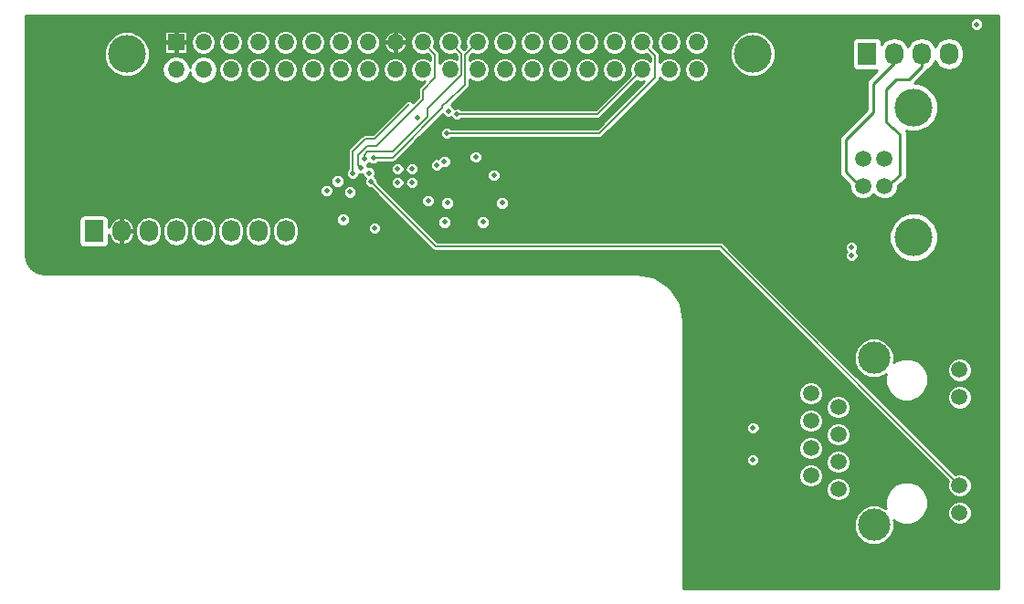
<source format=gbr>
G04 #@! TF.FileFunction,Copper,L3,Inr,Mixed*
%FSLAX46Y46*%
G04 Gerber Fmt 4.6, Leading zero omitted, Abs format (unit mm)*
G04 Created by KiCad (PCBNEW 4.0.7) date 09/09/17 19:19:23*
%MOMM*%
%LPD*%
G01*
G04 APERTURE LIST*
%ADD10C,0.100000*%
%ADD11R,1.727200X2.032000*%
%ADD12O,1.727200X2.032000*%
%ADD13C,3.500000*%
%ADD14C,1.500000*%
%ADD15O,1.550000X1.550000*%
%ADD16R,1.550000X1.550000*%
%ADD17C,3.000000*%
%ADD18C,0.500000*%
%ADD19C,0.150000*%
%ADD20C,0.250000*%
%ADD21C,0.220000*%
G04 APERTURE END LIST*
D10*
D11*
X191295020Y-88646000D03*
D12*
X193835020Y-88646000D03*
X196375020Y-88646000D03*
X198915020Y-88646000D03*
D13*
X195635880Y-93619120D03*
D14*
X192925880Y-100889120D03*
D13*
X195635880Y-105659120D03*
D14*
X192925880Y-98389120D03*
X190925880Y-98389120D03*
X190925880Y-100889120D03*
D15*
X175520000Y-90120000D03*
X175520000Y-87580000D03*
D13*
X180690000Y-88650000D03*
D16*
X127260000Y-87580000D03*
D15*
X127260000Y-90120000D03*
X129800000Y-87580000D03*
X129800000Y-90120000D03*
X132340000Y-87580000D03*
X132340000Y-90120000D03*
X134880000Y-87580000D03*
X134880000Y-90120000D03*
X137420000Y-87580000D03*
X137420000Y-90120000D03*
X139960000Y-87580000D03*
X139960000Y-90120000D03*
X142500000Y-87580000D03*
X142500000Y-90120000D03*
X145040000Y-87580000D03*
X145040000Y-90120000D03*
X147580000Y-87580000D03*
X147580000Y-90120000D03*
X150120000Y-87580000D03*
X150120000Y-90120000D03*
X152660000Y-87580000D03*
X152660000Y-90120000D03*
X155200000Y-87580000D03*
X155200000Y-90120000D03*
X157740000Y-87580000D03*
X157740000Y-90120000D03*
D13*
X122690000Y-88650000D03*
D15*
X160280000Y-87580000D03*
X162820000Y-87580000D03*
X165360000Y-87580000D03*
X167900000Y-87580000D03*
X170440000Y-87580000D03*
X172980000Y-87580000D03*
X160280000Y-90120000D03*
X162820000Y-90120000D03*
X165360000Y-90120000D03*
X167900000Y-90120000D03*
X170440000Y-90120000D03*
X172980000Y-90120000D03*
D11*
X119656860Y-105097420D03*
D12*
X122196860Y-105097420D03*
X124736860Y-105097420D03*
X127276860Y-105097420D03*
X129816860Y-105097420D03*
X132356860Y-105097420D03*
X134896860Y-105097420D03*
X137436860Y-105097420D03*
D17*
X191940000Y-116860000D03*
D14*
X186100000Y-127785000D03*
X199890000Y-131230000D03*
X199890000Y-128690000D03*
X199890000Y-117980000D03*
X199890000Y-120520000D03*
D17*
X191940000Y-132350000D03*
D14*
X186100000Y-125245000D03*
X186100000Y-122705000D03*
X186100000Y-120165000D03*
X188640000Y-129045000D03*
X188640000Y-126505000D03*
X188640000Y-123965000D03*
X188640000Y-121425000D03*
D18*
X189870000Y-106620000D03*
X189890000Y-107380000D03*
X145160000Y-99700000D03*
X155030000Y-98210000D03*
X150620000Y-102300000D03*
X201460000Y-85900000D03*
X180720000Y-126330000D03*
X180750000Y-123340000D03*
X149606000Y-94615000D03*
X157480000Y-102489000D03*
X155702000Y-104267000D03*
X152146000Y-104267000D03*
X147813000Y-99299000D03*
X147813000Y-100599000D03*
X149113000Y-100599000D03*
X149113000Y-99299000D03*
X156718000Y-99898200D03*
X152400000Y-102489000D03*
X142240000Y-100457000D03*
X141224000Y-101346000D03*
X142748000Y-104013000D03*
X143383000Y-101473000D03*
X145669000Y-104800400D03*
X143637000Y-99720400D03*
X196410000Y-114040000D03*
X197118000Y-135441000D03*
X146888200Y-104622600D03*
X149860000Y-96647000D03*
X145415000Y-94538800D03*
X145310000Y-100500000D03*
X151420000Y-98950000D03*
X152550000Y-93950000D03*
X152138380Y-98638360D03*
X152390000Y-96030002D03*
X153320000Y-94260000D03*
X144430000Y-99250000D03*
X144720000Y-98370000D03*
X145545301Y-98260741D03*
D19*
X148844000Y-93345000D02*
X145694400Y-96494600D01*
X145694400Y-96494600D02*
X144856200Y-96494600D01*
X144856200Y-96494600D02*
X143637000Y-97713800D01*
X143637000Y-97713800D02*
X143637000Y-99720400D01*
X199890000Y-128690000D02*
X177720000Y-106520000D01*
X177720000Y-106520000D02*
X151330000Y-106520000D01*
X151330000Y-106520000D02*
X145509999Y-100699999D01*
X145509999Y-100699999D02*
X145310000Y-100500000D01*
X152672842Y-96030002D02*
X152390000Y-96030002D01*
X166479998Y-96030002D02*
X152672842Y-96030002D01*
X171650000Y-90860000D02*
X166479998Y-96030002D01*
X171650000Y-88790000D02*
X171650000Y-90860000D01*
X170440000Y-87580000D02*
X171650000Y-88790000D01*
X166300000Y-94260000D02*
X153602842Y-94260000D01*
X153602842Y-94260000D02*
X153320000Y-94260000D01*
X170440000Y-90120000D02*
X166300000Y-94260000D01*
X144180001Y-99000001D02*
X144430000Y-99250000D01*
X144180001Y-98008999D02*
X144180001Y-99000001D01*
X144970500Y-97218500D02*
X144180001Y-98008999D01*
X144970500Y-97218500D02*
X145808700Y-97218500D01*
X145808700Y-97218500D02*
X150129240Y-92897960D01*
X150129240Y-92897960D02*
X150129240Y-92010760D01*
X150129240Y-92010760D02*
X151280000Y-90860000D01*
X151280000Y-90860000D02*
X151280000Y-88740000D01*
X151280000Y-88740000D02*
X150120000Y-87580000D01*
X144983200Y-97205800D02*
X144970500Y-97218500D01*
X150571200Y-93762802D02*
X150571200Y-94488000D01*
X152660000Y-87580000D02*
X153710001Y-88630001D01*
X153710001Y-90624001D02*
X150571200Y-93762802D01*
X145000707Y-97735740D02*
X144720000Y-98016447D01*
X153710001Y-88630001D02*
X153710001Y-90624001D01*
X147323460Y-97735740D02*
X145000707Y-97735740D01*
X150571200Y-94488000D02*
X147323460Y-97735740D01*
X144720000Y-98016447D02*
X144720000Y-98370000D01*
X151954999Y-93663001D02*
X147357259Y-98260741D01*
X154060011Y-91489989D02*
X152295001Y-93254999D01*
X145898854Y-98260741D02*
X145545301Y-98260741D01*
X147357259Y-98260741D02*
X145898854Y-98260741D01*
X152201999Y-93254999D02*
X151954999Y-93501999D01*
X155200000Y-87580000D02*
X154060011Y-88719989D01*
X151954999Y-93501999D02*
X151954999Y-93663001D01*
X152295001Y-93254999D02*
X152201999Y-93254999D01*
X154060011Y-88719989D02*
X154060011Y-91489989D01*
D20*
X194007740Y-91013280D02*
X195158360Y-91013280D01*
X195158360Y-91013280D02*
X196375020Y-89796620D01*
X196375020Y-89796620D02*
X196375020Y-88646000D01*
D19*
X196375020Y-88646000D02*
X196375020Y-89796620D01*
X196375020Y-89796620D02*
X195158360Y-91013280D01*
D20*
X192925880Y-100889120D02*
X193141280Y-100889120D01*
X193141280Y-100889120D02*
X194386200Y-99898200D01*
X193040000Y-91981020D02*
X194007740Y-91013280D01*
X193040000Y-94996000D02*
X193040000Y-91981020D01*
X194386200Y-96088200D02*
X193040000Y-94996000D01*
X194386200Y-99898200D02*
X194386200Y-96088200D01*
X190925880Y-100889120D02*
X190652720Y-100889120D01*
X190652720Y-100889120D02*
X189357000Y-99593400D01*
X189357000Y-99593400D02*
X189357000Y-96647000D01*
X189357000Y-96647000D02*
X191897000Y-94107000D01*
X191897000Y-94107000D02*
X191897000Y-91414600D01*
X191897000Y-91414600D02*
X193835020Y-89476580D01*
X193835020Y-89476580D02*
X193835020Y-88646000D01*
D21*
G36*
X203503964Y-138255411D02*
X174323964Y-138255411D01*
X174323964Y-132718354D01*
X190079677Y-132718354D01*
X190362249Y-133402229D01*
X190885019Y-133925912D01*
X191568400Y-134209677D01*
X192308354Y-134210323D01*
X192992229Y-133927751D01*
X193515912Y-133404981D01*
X193799677Y-132721600D01*
X193800323Y-131981646D01*
X193769489Y-131907023D01*
X193864120Y-132001819D01*
X194593427Y-132304654D01*
X195383109Y-132305343D01*
X196112943Y-132003782D01*
X196667868Y-131449824D01*
X198779808Y-131449824D01*
X198948439Y-131857943D01*
X199260415Y-132170463D01*
X199668239Y-132339807D01*
X200109824Y-132340192D01*
X200517943Y-132171561D01*
X200830463Y-131859585D01*
X200999807Y-131451761D01*
X201000192Y-131010176D01*
X200831561Y-130602057D01*
X200519585Y-130289537D01*
X200111761Y-130120193D01*
X199670176Y-130119808D01*
X199262057Y-130288439D01*
X198949537Y-130600415D01*
X198780193Y-131008239D01*
X198779808Y-131449824D01*
X196667868Y-131449824D01*
X196671819Y-131445880D01*
X196974654Y-130716573D01*
X196975343Y-129926891D01*
X196673782Y-129197057D01*
X196115880Y-128638181D01*
X195386573Y-128335346D01*
X194596891Y-128334657D01*
X193867057Y-128636218D01*
X193308181Y-129194120D01*
X193005346Y-129923427D01*
X193004657Y-130713109D01*
X193054481Y-130833692D01*
X192994981Y-130774088D01*
X192311600Y-130490323D01*
X191571646Y-130489677D01*
X190887771Y-130772249D01*
X190364088Y-131295019D01*
X190080323Y-131978400D01*
X190079677Y-132718354D01*
X174323964Y-132718354D01*
X174323964Y-129264824D01*
X187529808Y-129264824D01*
X187698439Y-129672943D01*
X188010415Y-129985463D01*
X188418239Y-130154807D01*
X188859824Y-130155192D01*
X189267943Y-129986561D01*
X189580463Y-129674585D01*
X189749807Y-129266761D01*
X189750192Y-128825176D01*
X189581561Y-128417057D01*
X189269585Y-128104537D01*
X188861761Y-127935193D01*
X188420176Y-127934808D01*
X188012057Y-128103439D01*
X187699537Y-128415415D01*
X187530193Y-128823239D01*
X187529808Y-129264824D01*
X174323964Y-129264824D01*
X174323964Y-128004824D01*
X184989808Y-128004824D01*
X185158439Y-128412943D01*
X185470415Y-128725463D01*
X185878239Y-128894807D01*
X186319824Y-128895192D01*
X186727943Y-128726561D01*
X187040463Y-128414585D01*
X187209807Y-128006761D01*
X187210192Y-127565176D01*
X187041561Y-127157057D01*
X186729585Y-126844537D01*
X186441286Y-126724824D01*
X187529808Y-126724824D01*
X187698439Y-127132943D01*
X188010415Y-127445463D01*
X188418239Y-127614807D01*
X188859824Y-127615192D01*
X189267943Y-127446561D01*
X189580463Y-127134585D01*
X189749807Y-126726761D01*
X189750192Y-126285176D01*
X189581561Y-125877057D01*
X189269585Y-125564537D01*
X188861761Y-125395193D01*
X188420176Y-125394808D01*
X188012057Y-125563439D01*
X187699537Y-125875415D01*
X187530193Y-126283239D01*
X187529808Y-126724824D01*
X186441286Y-126724824D01*
X186321761Y-126675193D01*
X185880176Y-126674808D01*
X185472057Y-126843439D01*
X185159537Y-127155415D01*
X184990193Y-127563239D01*
X184989808Y-128004824D01*
X174323964Y-128004824D01*
X174323964Y-126450804D01*
X180109894Y-126450804D01*
X180202565Y-126675086D01*
X180374011Y-126846832D01*
X180598131Y-126939894D01*
X180840804Y-126940106D01*
X181065086Y-126847435D01*
X181236832Y-126675989D01*
X181329894Y-126451869D01*
X181330106Y-126209196D01*
X181237435Y-125984914D01*
X181065989Y-125813168D01*
X180841869Y-125720106D01*
X180599196Y-125719894D01*
X180374914Y-125812565D01*
X180203168Y-125984011D01*
X180110106Y-126208131D01*
X180109894Y-126450804D01*
X174323964Y-126450804D01*
X174323964Y-125464824D01*
X184989808Y-125464824D01*
X185158439Y-125872943D01*
X185470415Y-126185463D01*
X185878239Y-126354807D01*
X186319824Y-126355192D01*
X186727943Y-126186561D01*
X187040463Y-125874585D01*
X187209807Y-125466761D01*
X187210192Y-125025176D01*
X187041561Y-124617057D01*
X186729585Y-124304537D01*
X186441286Y-124184824D01*
X187529808Y-124184824D01*
X187698439Y-124592943D01*
X188010415Y-124905463D01*
X188418239Y-125074807D01*
X188859824Y-125075192D01*
X189267943Y-124906561D01*
X189580463Y-124594585D01*
X189749807Y-124186761D01*
X189750192Y-123745176D01*
X189581561Y-123337057D01*
X189269585Y-123024537D01*
X188861761Y-122855193D01*
X188420176Y-122854808D01*
X188012057Y-123023439D01*
X187699537Y-123335415D01*
X187530193Y-123743239D01*
X187529808Y-124184824D01*
X186441286Y-124184824D01*
X186321761Y-124135193D01*
X185880176Y-124134808D01*
X185472057Y-124303439D01*
X185159537Y-124615415D01*
X184990193Y-125023239D01*
X184989808Y-125464824D01*
X174323964Y-125464824D01*
X174323964Y-123460804D01*
X180139894Y-123460804D01*
X180232565Y-123685086D01*
X180404011Y-123856832D01*
X180628131Y-123949894D01*
X180870804Y-123950106D01*
X181095086Y-123857435D01*
X181266832Y-123685989D01*
X181359894Y-123461869D01*
X181360106Y-123219196D01*
X181267435Y-122994914D01*
X181197468Y-122924824D01*
X184989808Y-122924824D01*
X185158439Y-123332943D01*
X185470415Y-123645463D01*
X185878239Y-123814807D01*
X186319824Y-123815192D01*
X186727943Y-123646561D01*
X187040463Y-123334585D01*
X187209807Y-122926761D01*
X187210192Y-122485176D01*
X187041561Y-122077057D01*
X186729585Y-121764537D01*
X186441286Y-121644824D01*
X187529808Y-121644824D01*
X187698439Y-122052943D01*
X188010415Y-122365463D01*
X188418239Y-122534807D01*
X188859824Y-122535192D01*
X189267943Y-122366561D01*
X189580463Y-122054585D01*
X189749807Y-121646761D01*
X189750192Y-121205176D01*
X189581561Y-120797057D01*
X189269585Y-120484537D01*
X188861761Y-120315193D01*
X188420176Y-120314808D01*
X188012057Y-120483439D01*
X187699537Y-120795415D01*
X187530193Y-121203239D01*
X187529808Y-121644824D01*
X186441286Y-121644824D01*
X186321761Y-121595193D01*
X185880176Y-121594808D01*
X185472057Y-121763439D01*
X185159537Y-122075415D01*
X184990193Y-122483239D01*
X184989808Y-122924824D01*
X181197468Y-122924824D01*
X181095989Y-122823168D01*
X180871869Y-122730106D01*
X180629196Y-122729894D01*
X180404914Y-122822565D01*
X180233168Y-122994011D01*
X180140106Y-123218131D01*
X180139894Y-123460804D01*
X174323964Y-123460804D01*
X174323964Y-120384824D01*
X184989808Y-120384824D01*
X185158439Y-120792943D01*
X185470415Y-121105463D01*
X185878239Y-121274807D01*
X186319824Y-121275192D01*
X186727943Y-121106561D01*
X187040463Y-120794585D01*
X187209807Y-120386761D01*
X187210192Y-119945176D01*
X187041561Y-119537057D01*
X186729585Y-119224537D01*
X186321761Y-119055193D01*
X185880176Y-119054808D01*
X185472057Y-119223439D01*
X185159537Y-119535415D01*
X184990193Y-119943239D01*
X184989808Y-120384824D01*
X174323964Y-120384824D01*
X174323964Y-113445411D01*
X174316086Y-113405805D01*
X174316086Y-113365424D01*
X174011604Y-111834690D01*
X173950385Y-111686893D01*
X173950382Y-111686890D01*
X173083294Y-110389200D01*
X172970175Y-110276081D01*
X171672482Y-109408990D01*
X171524685Y-109347771D01*
X169993951Y-109043289D01*
X169953570Y-109043289D01*
X169913964Y-109035411D01*
X114954346Y-109035411D01*
X114308571Y-108906958D01*
X113795344Y-108564031D01*
X113452313Y-108050648D01*
X113323964Y-107408325D01*
X113323964Y-104081420D01*
X118273269Y-104081420D01*
X118273269Y-106113420D01*
X118308831Y-106302415D01*
X118420526Y-106475995D01*
X118590954Y-106592443D01*
X118793260Y-106633411D01*
X120520460Y-106633411D01*
X120709455Y-106597849D01*
X120883035Y-106486154D01*
X120999483Y-106315726D01*
X121040451Y-106113420D01*
X121040451Y-105420114D01*
X121161565Y-105811065D01*
X121455151Y-106164533D01*
X121861656Y-106378744D01*
X121924917Y-106391478D01*
X122106860Y-106342219D01*
X122106860Y-105187420D01*
X122286860Y-105187420D01*
X122286860Y-106342219D01*
X122468803Y-106391478D01*
X122532064Y-106378744D01*
X122938569Y-106164533D01*
X123232155Y-105811065D01*
X123368127Y-105372153D01*
X123295344Y-105187420D01*
X122286860Y-105187420D01*
X122106860Y-105187420D01*
X122086860Y-105187420D01*
X122086860Y-105007420D01*
X122106860Y-105007420D01*
X122106860Y-103852621D01*
X122286860Y-103852621D01*
X122286860Y-105007420D01*
X123295344Y-105007420D01*
X123330549Y-104918063D01*
X123513260Y-104918063D01*
X123513260Y-105276777D01*
X123606401Y-105745028D01*
X123871644Y-106141993D01*
X124268609Y-106407236D01*
X124736860Y-106500377D01*
X125205111Y-106407236D01*
X125602076Y-106141993D01*
X125867319Y-105745028D01*
X125960460Y-105276777D01*
X125960460Y-104918063D01*
X126053260Y-104918063D01*
X126053260Y-105276777D01*
X126146401Y-105745028D01*
X126411644Y-106141993D01*
X126808609Y-106407236D01*
X127276860Y-106500377D01*
X127745111Y-106407236D01*
X128142076Y-106141993D01*
X128407319Y-105745028D01*
X128500460Y-105276777D01*
X128500460Y-104918063D01*
X128593260Y-104918063D01*
X128593260Y-105276777D01*
X128686401Y-105745028D01*
X128951644Y-106141993D01*
X129348609Y-106407236D01*
X129816860Y-106500377D01*
X130285111Y-106407236D01*
X130682076Y-106141993D01*
X130947319Y-105745028D01*
X131040460Y-105276777D01*
X131040460Y-104918063D01*
X131133260Y-104918063D01*
X131133260Y-105276777D01*
X131226401Y-105745028D01*
X131491644Y-106141993D01*
X131888609Y-106407236D01*
X132356860Y-106500377D01*
X132825111Y-106407236D01*
X133222076Y-106141993D01*
X133487319Y-105745028D01*
X133580460Y-105276777D01*
X133580460Y-104918063D01*
X133673260Y-104918063D01*
X133673260Y-105276777D01*
X133766401Y-105745028D01*
X134031644Y-106141993D01*
X134428609Y-106407236D01*
X134896860Y-106500377D01*
X135365111Y-106407236D01*
X135762076Y-106141993D01*
X136027319Y-105745028D01*
X136120460Y-105276777D01*
X136120460Y-104918063D01*
X136213260Y-104918063D01*
X136213260Y-105276777D01*
X136306401Y-105745028D01*
X136571644Y-106141993D01*
X136968609Y-106407236D01*
X137436860Y-106500377D01*
X137905111Y-106407236D01*
X138302076Y-106141993D01*
X138567319Y-105745028D01*
X138660460Y-105276777D01*
X138660460Y-104921204D01*
X145058894Y-104921204D01*
X145151565Y-105145486D01*
X145323011Y-105317232D01*
X145547131Y-105410294D01*
X145789804Y-105410506D01*
X146014086Y-105317835D01*
X146185832Y-105146389D01*
X146278894Y-104922269D01*
X146279106Y-104679596D01*
X146186435Y-104455314D01*
X146014989Y-104283568D01*
X145790869Y-104190506D01*
X145548196Y-104190294D01*
X145323914Y-104282965D01*
X145152168Y-104454411D01*
X145059106Y-104678531D01*
X145058894Y-104921204D01*
X138660460Y-104921204D01*
X138660460Y-104918063D01*
X138567319Y-104449812D01*
X138356170Y-104133804D01*
X142137894Y-104133804D01*
X142230565Y-104358086D01*
X142402011Y-104529832D01*
X142626131Y-104622894D01*
X142868804Y-104623106D01*
X143093086Y-104530435D01*
X143264832Y-104358989D01*
X143357894Y-104134869D01*
X143358106Y-103892196D01*
X143265435Y-103667914D01*
X143093989Y-103496168D01*
X142869869Y-103403106D01*
X142627196Y-103402894D01*
X142402914Y-103495565D01*
X142231168Y-103667011D01*
X142138106Y-103891131D01*
X142137894Y-104133804D01*
X138356170Y-104133804D01*
X138302076Y-104052847D01*
X137905111Y-103787604D01*
X137436860Y-103694463D01*
X136968609Y-103787604D01*
X136571644Y-104052847D01*
X136306401Y-104449812D01*
X136213260Y-104918063D01*
X136120460Y-104918063D01*
X136027319Y-104449812D01*
X135762076Y-104052847D01*
X135365111Y-103787604D01*
X134896860Y-103694463D01*
X134428609Y-103787604D01*
X134031644Y-104052847D01*
X133766401Y-104449812D01*
X133673260Y-104918063D01*
X133580460Y-104918063D01*
X133487319Y-104449812D01*
X133222076Y-104052847D01*
X132825111Y-103787604D01*
X132356860Y-103694463D01*
X131888609Y-103787604D01*
X131491644Y-104052847D01*
X131226401Y-104449812D01*
X131133260Y-104918063D01*
X131040460Y-104918063D01*
X130947319Y-104449812D01*
X130682076Y-104052847D01*
X130285111Y-103787604D01*
X129816860Y-103694463D01*
X129348609Y-103787604D01*
X128951644Y-104052847D01*
X128686401Y-104449812D01*
X128593260Y-104918063D01*
X128500460Y-104918063D01*
X128407319Y-104449812D01*
X128142076Y-104052847D01*
X127745111Y-103787604D01*
X127276860Y-103694463D01*
X126808609Y-103787604D01*
X126411644Y-104052847D01*
X126146401Y-104449812D01*
X126053260Y-104918063D01*
X125960460Y-104918063D01*
X125867319Y-104449812D01*
X125602076Y-104052847D01*
X125205111Y-103787604D01*
X124736860Y-103694463D01*
X124268609Y-103787604D01*
X123871644Y-104052847D01*
X123606401Y-104449812D01*
X123513260Y-104918063D01*
X123330549Y-104918063D01*
X123368127Y-104822687D01*
X123232155Y-104383775D01*
X122938569Y-104030307D01*
X122532064Y-103816096D01*
X122468803Y-103803362D01*
X122286860Y-103852621D01*
X122106860Y-103852621D01*
X121924917Y-103803362D01*
X121861656Y-103816096D01*
X121455151Y-104030307D01*
X121161565Y-104383775D01*
X121040451Y-104774726D01*
X121040451Y-104081420D01*
X121004889Y-103892425D01*
X120893194Y-103718845D01*
X120722766Y-103602397D01*
X120520460Y-103561429D01*
X118793260Y-103561429D01*
X118604265Y-103596991D01*
X118430685Y-103708686D01*
X118314237Y-103879114D01*
X118273269Y-104081420D01*
X113323964Y-104081420D01*
X113323964Y-101466804D01*
X140613894Y-101466804D01*
X140706565Y-101691086D01*
X140878011Y-101862832D01*
X141102131Y-101955894D01*
X141344804Y-101956106D01*
X141569086Y-101863435D01*
X141740832Y-101691989D01*
X141781601Y-101593804D01*
X142772894Y-101593804D01*
X142865565Y-101818086D01*
X143037011Y-101989832D01*
X143261131Y-102082894D01*
X143503804Y-102083106D01*
X143728086Y-101990435D01*
X143899832Y-101818989D01*
X143992894Y-101594869D01*
X143993106Y-101352196D01*
X143900435Y-101127914D01*
X143728989Y-100956168D01*
X143504869Y-100863106D01*
X143262196Y-100862894D01*
X143037914Y-100955565D01*
X142866168Y-101127011D01*
X142773106Y-101351131D01*
X142772894Y-101593804D01*
X141781601Y-101593804D01*
X141833894Y-101467869D01*
X141834106Y-101225196D01*
X141741435Y-101000914D01*
X141569989Y-100829168D01*
X141345869Y-100736106D01*
X141103196Y-100735894D01*
X140878914Y-100828565D01*
X140707168Y-101000011D01*
X140614106Y-101224131D01*
X140613894Y-101466804D01*
X113323964Y-101466804D01*
X113323964Y-100577804D01*
X141629894Y-100577804D01*
X141722565Y-100802086D01*
X141894011Y-100973832D01*
X142118131Y-101066894D01*
X142360804Y-101067106D01*
X142585086Y-100974435D01*
X142756832Y-100802989D01*
X142849894Y-100578869D01*
X142850106Y-100336196D01*
X142757435Y-100111914D01*
X142585989Y-99940168D01*
X142361869Y-99847106D01*
X142119196Y-99846894D01*
X141894914Y-99939565D01*
X141723168Y-100111011D01*
X141630106Y-100335131D01*
X141629894Y-100577804D01*
X113323964Y-100577804D01*
X113323964Y-99841204D01*
X143026894Y-99841204D01*
X143119565Y-100065486D01*
X143291011Y-100237232D01*
X143515131Y-100330294D01*
X143757804Y-100330506D01*
X143982086Y-100237835D01*
X144153832Y-100066389D01*
X144246894Y-99842269D01*
X144246901Y-99834469D01*
X144308131Y-99859894D01*
X144550804Y-99860106D01*
X144563898Y-99854696D01*
X144642565Y-100045086D01*
X144780869Y-100183632D01*
X144700106Y-100378131D01*
X144699894Y-100620804D01*
X144792565Y-100845086D01*
X144964011Y-101016832D01*
X145188131Y-101109894D01*
X145304814Y-101109996D01*
X151022408Y-106827591D01*
X151075653Y-106863168D01*
X151163533Y-106921888D01*
X151330000Y-106955000D01*
X177539818Y-106955000D01*
X198860252Y-128275435D01*
X198780193Y-128468239D01*
X198779808Y-128909824D01*
X198948439Y-129317943D01*
X199260415Y-129630463D01*
X199668239Y-129799807D01*
X200109824Y-129800192D01*
X200517943Y-129631561D01*
X200830463Y-129319585D01*
X200999807Y-128911761D01*
X201000192Y-128470176D01*
X200831561Y-128062057D01*
X200519585Y-127749537D01*
X200111761Y-127580193D01*
X199670176Y-127579808D01*
X199475450Y-127660267D01*
X189043537Y-117228354D01*
X190079677Y-117228354D01*
X190362249Y-117912229D01*
X190885019Y-118435912D01*
X191568400Y-118719677D01*
X192308354Y-118720323D01*
X192992229Y-118437751D01*
X193054119Y-118375969D01*
X193005346Y-118493427D01*
X193004657Y-119283109D01*
X193306218Y-120012943D01*
X193864120Y-120571819D01*
X194593427Y-120874654D01*
X195383109Y-120875343D01*
X195711090Y-120739824D01*
X198779808Y-120739824D01*
X198948439Y-121147943D01*
X199260415Y-121460463D01*
X199668239Y-121629807D01*
X200109824Y-121630192D01*
X200517943Y-121461561D01*
X200830463Y-121149585D01*
X200999807Y-120741761D01*
X201000192Y-120300176D01*
X200831561Y-119892057D01*
X200519585Y-119579537D01*
X200111761Y-119410193D01*
X199670176Y-119409808D01*
X199262057Y-119578439D01*
X198949537Y-119890415D01*
X198780193Y-120298239D01*
X198779808Y-120739824D01*
X195711090Y-120739824D01*
X196112943Y-120573782D01*
X196671819Y-120015880D01*
X196974654Y-119286573D01*
X196975343Y-118496891D01*
X196852598Y-118199824D01*
X198779808Y-118199824D01*
X198948439Y-118607943D01*
X199260415Y-118920463D01*
X199668239Y-119089807D01*
X200109824Y-119090192D01*
X200517943Y-118921561D01*
X200830463Y-118609585D01*
X200999807Y-118201761D01*
X201000192Y-117760176D01*
X200831561Y-117352057D01*
X200519585Y-117039537D01*
X200111761Y-116870193D01*
X199670176Y-116869808D01*
X199262057Y-117038439D01*
X198949537Y-117350415D01*
X198780193Y-117758239D01*
X198779808Y-118199824D01*
X196852598Y-118199824D01*
X196673782Y-117767057D01*
X196115880Y-117208181D01*
X195386573Y-116905346D01*
X194596891Y-116904657D01*
X193867057Y-117206218D01*
X193769975Y-117303131D01*
X193799677Y-117231600D01*
X193800323Y-116491646D01*
X193517751Y-115807771D01*
X192994981Y-115284088D01*
X192311600Y-115000323D01*
X191571646Y-114999677D01*
X190887771Y-115282249D01*
X190364088Y-115805019D01*
X190080323Y-116488400D01*
X190079677Y-117228354D01*
X189043537Y-117228354D01*
X178555987Y-106740804D01*
X189259894Y-106740804D01*
X189352565Y-106965086D01*
X189397311Y-107009910D01*
X189373168Y-107034011D01*
X189280106Y-107258131D01*
X189279894Y-107500804D01*
X189372565Y-107725086D01*
X189544011Y-107896832D01*
X189768131Y-107989894D01*
X190010804Y-107990106D01*
X190235086Y-107897435D01*
X190406832Y-107725989D01*
X190499894Y-107501869D01*
X190500106Y-107259196D01*
X190407435Y-107034914D01*
X190362689Y-106990090D01*
X190386832Y-106965989D01*
X190479894Y-106741869D01*
X190480106Y-106499196D01*
X190387435Y-106274914D01*
X190219505Y-106106690D01*
X193375489Y-106106690D01*
X193718828Y-106937635D01*
X194354021Y-107573938D01*
X195184366Y-107918727D01*
X196083450Y-107919511D01*
X196914395Y-107576172D01*
X197550698Y-106940979D01*
X197895487Y-106110634D01*
X197896271Y-105211550D01*
X197552932Y-104380605D01*
X196917739Y-103744302D01*
X196087394Y-103399513D01*
X195188310Y-103398729D01*
X194357365Y-103742068D01*
X193721062Y-104377261D01*
X193376273Y-105207606D01*
X193375489Y-106106690D01*
X190219505Y-106106690D01*
X190215989Y-106103168D01*
X189991869Y-106010106D01*
X189749196Y-106009894D01*
X189524914Y-106102565D01*
X189353168Y-106274011D01*
X189260106Y-106498131D01*
X189259894Y-106740804D01*
X178555987Y-106740804D01*
X178027591Y-106212409D01*
X177886468Y-106118112D01*
X177848872Y-106110634D01*
X177720000Y-106085000D01*
X151510183Y-106085000D01*
X149812987Y-104387804D01*
X151535894Y-104387804D01*
X151628565Y-104612086D01*
X151800011Y-104783832D01*
X152024131Y-104876894D01*
X152266804Y-104877106D01*
X152491086Y-104784435D01*
X152662832Y-104612989D01*
X152755894Y-104388869D01*
X152755894Y-104387804D01*
X155091894Y-104387804D01*
X155184565Y-104612086D01*
X155356011Y-104783832D01*
X155580131Y-104876894D01*
X155822804Y-104877106D01*
X156047086Y-104784435D01*
X156218832Y-104612989D01*
X156311894Y-104388869D01*
X156312106Y-104146196D01*
X156219435Y-103921914D01*
X156047989Y-103750168D01*
X155823869Y-103657106D01*
X155581196Y-103656894D01*
X155356914Y-103749565D01*
X155185168Y-103921011D01*
X155092106Y-104145131D01*
X155091894Y-104387804D01*
X152755894Y-104387804D01*
X152756106Y-104146196D01*
X152663435Y-103921914D01*
X152491989Y-103750168D01*
X152267869Y-103657106D01*
X152025196Y-103656894D01*
X151800914Y-103749565D01*
X151629168Y-103921011D01*
X151536106Y-104145131D01*
X151535894Y-104387804D01*
X149812987Y-104387804D01*
X147845987Y-102420804D01*
X150009894Y-102420804D01*
X150102565Y-102645086D01*
X150274011Y-102816832D01*
X150498131Y-102909894D01*
X150740804Y-102910106D01*
X150965086Y-102817435D01*
X151136832Y-102645989D01*
X151151857Y-102609804D01*
X151789894Y-102609804D01*
X151882565Y-102834086D01*
X152054011Y-103005832D01*
X152278131Y-103098894D01*
X152520804Y-103099106D01*
X152745086Y-103006435D01*
X152916832Y-102834989D01*
X153009894Y-102610869D01*
X153009894Y-102609804D01*
X156869894Y-102609804D01*
X156962565Y-102834086D01*
X157134011Y-103005832D01*
X157358131Y-103098894D01*
X157600804Y-103099106D01*
X157825086Y-103006435D01*
X157996832Y-102834989D01*
X158089894Y-102610869D01*
X158090106Y-102368196D01*
X157997435Y-102143914D01*
X157825989Y-101972168D01*
X157601869Y-101879106D01*
X157359196Y-101878894D01*
X157134914Y-101971565D01*
X156963168Y-102143011D01*
X156870106Y-102367131D01*
X156869894Y-102609804D01*
X153009894Y-102609804D01*
X153010106Y-102368196D01*
X152917435Y-102143914D01*
X152745989Y-101972168D01*
X152521869Y-101879106D01*
X152279196Y-101878894D01*
X152054914Y-101971565D01*
X151883168Y-102143011D01*
X151790106Y-102367131D01*
X151789894Y-102609804D01*
X151151857Y-102609804D01*
X151229894Y-102421869D01*
X151230106Y-102179196D01*
X151137435Y-101954914D01*
X150965989Y-101783168D01*
X150741869Y-101690106D01*
X150499196Y-101689894D01*
X150274914Y-101782565D01*
X150103168Y-101954011D01*
X150010106Y-102178131D01*
X150009894Y-102420804D01*
X147845987Y-102420804D01*
X146144987Y-100719804D01*
X147202894Y-100719804D01*
X147295565Y-100944086D01*
X147467011Y-101115832D01*
X147691131Y-101208894D01*
X147933804Y-101209106D01*
X148158086Y-101116435D01*
X148329832Y-100944989D01*
X148422894Y-100720869D01*
X148422894Y-100719804D01*
X148502894Y-100719804D01*
X148595565Y-100944086D01*
X148767011Y-101115832D01*
X148991131Y-101208894D01*
X149233804Y-101209106D01*
X149458086Y-101116435D01*
X149629832Y-100944989D01*
X149722894Y-100720869D01*
X149723106Y-100478196D01*
X149630435Y-100253914D01*
X149458989Y-100082168D01*
X149306872Y-100019004D01*
X156107894Y-100019004D01*
X156200565Y-100243286D01*
X156372011Y-100415032D01*
X156596131Y-100508094D01*
X156838804Y-100508306D01*
X157063086Y-100415635D01*
X157234832Y-100244189D01*
X157327894Y-100020069D01*
X157328106Y-99777396D01*
X157235435Y-99553114D01*
X157063989Y-99381368D01*
X156839869Y-99288306D01*
X156597196Y-99288094D01*
X156372914Y-99380765D01*
X156201168Y-99552211D01*
X156108106Y-99776331D01*
X156107894Y-100019004D01*
X149306872Y-100019004D01*
X149234869Y-99989106D01*
X148992196Y-99988894D01*
X148767914Y-100081565D01*
X148596168Y-100253011D01*
X148503106Y-100477131D01*
X148502894Y-100719804D01*
X148422894Y-100719804D01*
X148423106Y-100478196D01*
X148330435Y-100253914D01*
X148158989Y-100082168D01*
X147934869Y-99989106D01*
X147692196Y-99988894D01*
X147467914Y-100081565D01*
X147296168Y-100253011D01*
X147203106Y-100477131D01*
X147202894Y-100719804D01*
X146144987Y-100719804D01*
X145920005Y-100494823D01*
X145920106Y-100379196D01*
X145827435Y-100154914D01*
X145689131Y-100016368D01*
X145769894Y-99821869D01*
X145770106Y-99579196D01*
X145704247Y-99419804D01*
X147202894Y-99419804D01*
X147295565Y-99644086D01*
X147467011Y-99815832D01*
X147691131Y-99908894D01*
X147933804Y-99909106D01*
X148158086Y-99816435D01*
X148329832Y-99644989D01*
X148422894Y-99420869D01*
X148422894Y-99419804D01*
X148502894Y-99419804D01*
X148595565Y-99644086D01*
X148767011Y-99815832D01*
X148991131Y-99908894D01*
X149233804Y-99909106D01*
X149458086Y-99816435D01*
X149629832Y-99644989D01*
X149722894Y-99420869D01*
X149723106Y-99178196D01*
X149678733Y-99070804D01*
X150809894Y-99070804D01*
X150902565Y-99295086D01*
X151074011Y-99466832D01*
X151298131Y-99559894D01*
X151540804Y-99560106D01*
X151765086Y-99467435D01*
X151936832Y-99295989D01*
X151965456Y-99227054D01*
X152016511Y-99248254D01*
X152259184Y-99248466D01*
X152483466Y-99155795D01*
X152655212Y-98984349D01*
X152748274Y-98760229D01*
X152748486Y-98517556D01*
X152671323Y-98330804D01*
X154419894Y-98330804D01*
X154512565Y-98555086D01*
X154684011Y-98726832D01*
X154908131Y-98819894D01*
X155150804Y-98820106D01*
X155375086Y-98727435D01*
X155546832Y-98555989D01*
X155639894Y-98331869D01*
X155640106Y-98089196D01*
X155547435Y-97864914D01*
X155375989Y-97693168D01*
X155151869Y-97600106D01*
X154909196Y-97599894D01*
X154684914Y-97692565D01*
X154513168Y-97864011D01*
X154420106Y-98088131D01*
X154419894Y-98330804D01*
X152671323Y-98330804D01*
X152655815Y-98293274D01*
X152484369Y-98121528D01*
X152260249Y-98028466D01*
X152017576Y-98028254D01*
X151793294Y-98120925D01*
X151621548Y-98292371D01*
X151592924Y-98361306D01*
X151541869Y-98340106D01*
X151299196Y-98339894D01*
X151074914Y-98432565D01*
X150903168Y-98604011D01*
X150810106Y-98828131D01*
X150809894Y-99070804D01*
X149678733Y-99070804D01*
X149630435Y-98953914D01*
X149458989Y-98782168D01*
X149234869Y-98689106D01*
X148992196Y-98688894D01*
X148767914Y-98781565D01*
X148596168Y-98953011D01*
X148503106Y-99177131D01*
X148502894Y-99419804D01*
X148422894Y-99419804D01*
X148423106Y-99178196D01*
X148330435Y-98953914D01*
X148158989Y-98782168D01*
X147934869Y-98689106D01*
X147692196Y-98688894D01*
X147467914Y-98781565D01*
X147296168Y-98953011D01*
X147203106Y-99177131D01*
X147202894Y-99419804D01*
X145704247Y-99419804D01*
X145677435Y-99354914D01*
X145505989Y-99183168D01*
X145281869Y-99090106D01*
X145039196Y-99089894D01*
X145026102Y-99095304D01*
X144958423Y-98931507D01*
X145065086Y-98887435D01*
X145187247Y-98765487D01*
X145199312Y-98777573D01*
X145423432Y-98870635D01*
X145666105Y-98870847D01*
X145890387Y-98778176D01*
X145972966Y-98695741D01*
X147357259Y-98695741D01*
X147496108Y-98668122D01*
X147523727Y-98662629D01*
X147664850Y-98568332D01*
X149586182Y-96647000D01*
X188722000Y-96647000D01*
X188722000Y-99593400D01*
X188770336Y-99836404D01*
X188907987Y-100042413D01*
X189665957Y-100800383D01*
X189665662Y-101138650D01*
X189857081Y-101601920D01*
X190211215Y-101956673D01*
X190674151Y-102148901D01*
X191175410Y-102149338D01*
X191638680Y-101957919D01*
X191926070Y-101671030D01*
X192211215Y-101956673D01*
X192674151Y-102148901D01*
X193175410Y-102149338D01*
X193638680Y-101957919D01*
X193993433Y-101603785D01*
X194185661Y-101140849D01*
X194185898Y-100869236D01*
X194781660Y-100395027D01*
X194805073Y-100367352D01*
X194835213Y-100347213D01*
X194884447Y-100273529D01*
X194941685Y-100205872D01*
X194952725Y-100171344D01*
X194972864Y-100141204D01*
X194990153Y-100054288D01*
X195017142Y-99969877D01*
X195014128Y-99933752D01*
X195021200Y-99898200D01*
X195021200Y-96088200D01*
X195014706Y-96055554D01*
X195017783Y-96022410D01*
X194990721Y-95934968D01*
X194972864Y-95845196D01*
X194954372Y-95817520D01*
X194944530Y-95785721D01*
X194936191Y-95775676D01*
X195184366Y-95878727D01*
X196083450Y-95879511D01*
X196914395Y-95536172D01*
X197550698Y-94900979D01*
X197895487Y-94070634D01*
X197896271Y-93171550D01*
X197552932Y-92340605D01*
X196917739Y-91704302D01*
X196087394Y-91359513D01*
X195710482Y-91359184D01*
X196824033Y-90245633D01*
X196941227Y-90070241D01*
X197346302Y-89799578D01*
X197644061Y-89353950D01*
X197645020Y-89349129D01*
X197645979Y-89353950D01*
X197943738Y-89799578D01*
X198389366Y-90097337D01*
X198915020Y-90201896D01*
X199440674Y-90097337D01*
X199886302Y-89799578D01*
X200184061Y-89353950D01*
X200288620Y-88828296D01*
X200288620Y-88463704D01*
X200184061Y-87938050D01*
X199886302Y-87492422D01*
X199440674Y-87194663D01*
X198915020Y-87090104D01*
X198389366Y-87194663D01*
X197943738Y-87492422D01*
X197645979Y-87938050D01*
X197645020Y-87942871D01*
X197644061Y-87938050D01*
X197346302Y-87492422D01*
X196900674Y-87194663D01*
X196375020Y-87090104D01*
X195849366Y-87194663D01*
X195403738Y-87492422D01*
X195105979Y-87938050D01*
X195105020Y-87942871D01*
X195104061Y-87938050D01*
X194806302Y-87492422D01*
X194360674Y-87194663D01*
X193835020Y-87090104D01*
X193309366Y-87194663D01*
X192863738Y-87492422D01*
X192678611Y-87769484D01*
X192678611Y-87630000D01*
X192643049Y-87441005D01*
X192531354Y-87267425D01*
X192360926Y-87150977D01*
X192158620Y-87110009D01*
X190431420Y-87110009D01*
X190242425Y-87145571D01*
X190068845Y-87257266D01*
X189952397Y-87427694D01*
X189911429Y-87630000D01*
X189911429Y-89662000D01*
X189946991Y-89850995D01*
X190058686Y-90024575D01*
X190229114Y-90141023D01*
X190431420Y-90181991D01*
X192158620Y-90181991D01*
X192248494Y-90165080D01*
X191447987Y-90965587D01*
X191310336Y-91171596D01*
X191262000Y-91414600D01*
X191262000Y-93843975D01*
X188907987Y-96197987D01*
X188770336Y-96403996D01*
X188722000Y-96647000D01*
X149586182Y-96647000D01*
X152004944Y-94228239D01*
X152032565Y-94295086D01*
X152204011Y-94466832D01*
X152428131Y-94559894D01*
X152670804Y-94560106D01*
X152767475Y-94520162D01*
X152802565Y-94605086D01*
X152974011Y-94776832D01*
X153198131Y-94869894D01*
X153440804Y-94870106D01*
X153665086Y-94777435D01*
X153747665Y-94695000D01*
X166300000Y-94695000D01*
X166438849Y-94667381D01*
X166466468Y-94661888D01*
X166607591Y-94567591D01*
X170002737Y-91172446D01*
X170417764Y-91255000D01*
X170462236Y-91255000D01*
X170683912Y-91210906D01*
X166299816Y-95595002D01*
X152817678Y-95595002D01*
X152735989Y-95513170D01*
X152511869Y-95420108D01*
X152269196Y-95419896D01*
X152044914Y-95512567D01*
X151873168Y-95684013D01*
X151780106Y-95908133D01*
X151779894Y-96150806D01*
X151872565Y-96375088D01*
X152044011Y-96546834D01*
X152268131Y-96639896D01*
X152510804Y-96640108D01*
X152735086Y-96547437D01*
X152817665Y-96465002D01*
X166479998Y-96465002D01*
X166618847Y-96437383D01*
X166646466Y-96431890D01*
X166787589Y-96337593D01*
X171957591Y-91167591D01*
X172051888Y-91026468D01*
X172057381Y-90998849D01*
X172085000Y-90860000D01*
X172085000Y-90817507D01*
X172155198Y-90922566D01*
X172523418Y-91168603D01*
X172957764Y-91255000D01*
X173002236Y-91255000D01*
X173436582Y-91168603D01*
X173804802Y-90922566D01*
X174050839Y-90554346D01*
X174137236Y-90120000D01*
X174362764Y-90120000D01*
X174449161Y-90554346D01*
X174695198Y-90922566D01*
X175063418Y-91168603D01*
X175497764Y-91255000D01*
X175542236Y-91255000D01*
X175976582Y-91168603D01*
X176344802Y-90922566D01*
X176590839Y-90554346D01*
X176677236Y-90120000D01*
X176590839Y-89685654D01*
X176344802Y-89317434D01*
X175976582Y-89071397D01*
X175958821Y-89067864D01*
X178579635Y-89067864D01*
X178900186Y-89843657D01*
X179493221Y-90437728D01*
X180268454Y-90759633D01*
X181107864Y-90760365D01*
X181883657Y-90439814D01*
X182477728Y-89846779D01*
X182799633Y-89071546D01*
X182800365Y-88232136D01*
X182479814Y-87456343D01*
X181886779Y-86862272D01*
X181111546Y-86540367D01*
X180272136Y-86539635D01*
X179496343Y-86860186D01*
X178902272Y-87453221D01*
X178580367Y-88228454D01*
X178579635Y-89067864D01*
X175958821Y-89067864D01*
X175542236Y-88985000D01*
X175497764Y-88985000D01*
X175063418Y-89071397D01*
X174695198Y-89317434D01*
X174449161Y-89685654D01*
X174362764Y-90120000D01*
X174137236Y-90120000D01*
X174050839Y-89685654D01*
X173804802Y-89317434D01*
X173436582Y-89071397D01*
X173002236Y-88985000D01*
X172957764Y-88985000D01*
X172523418Y-89071397D01*
X172155198Y-89317434D01*
X172085000Y-89422493D01*
X172085000Y-88790000D01*
X172051888Y-88623533D01*
X172005107Y-88553521D01*
X171957591Y-88482408D01*
X171502303Y-88027121D01*
X171510839Y-88014346D01*
X171597236Y-87580000D01*
X171822764Y-87580000D01*
X171909161Y-88014346D01*
X172155198Y-88382566D01*
X172523418Y-88628603D01*
X172957764Y-88715000D01*
X173002236Y-88715000D01*
X173436582Y-88628603D01*
X173804802Y-88382566D01*
X174050839Y-88014346D01*
X174137236Y-87580000D01*
X174362764Y-87580000D01*
X174449161Y-88014346D01*
X174695198Y-88382566D01*
X175063418Y-88628603D01*
X175497764Y-88715000D01*
X175542236Y-88715000D01*
X175976582Y-88628603D01*
X176344802Y-88382566D01*
X176590839Y-88014346D01*
X176677236Y-87580000D01*
X176590839Y-87145654D01*
X176344802Y-86777434D01*
X175976582Y-86531397D01*
X175542236Y-86445000D01*
X175497764Y-86445000D01*
X175063418Y-86531397D01*
X174695198Y-86777434D01*
X174449161Y-87145654D01*
X174362764Y-87580000D01*
X174137236Y-87580000D01*
X174050839Y-87145654D01*
X173804802Y-86777434D01*
X173436582Y-86531397D01*
X173002236Y-86445000D01*
X172957764Y-86445000D01*
X172523418Y-86531397D01*
X172155198Y-86777434D01*
X171909161Y-87145654D01*
X171822764Y-87580000D01*
X171597236Y-87580000D01*
X171510839Y-87145654D01*
X171264802Y-86777434D01*
X170896582Y-86531397D01*
X170462236Y-86445000D01*
X170417764Y-86445000D01*
X169983418Y-86531397D01*
X169615198Y-86777434D01*
X169369161Y-87145654D01*
X169282764Y-87580000D01*
X169369161Y-88014346D01*
X169615198Y-88382566D01*
X169983418Y-88628603D01*
X170417764Y-88715000D01*
X170462236Y-88715000D01*
X170877263Y-88632446D01*
X171215000Y-88970183D01*
X171215000Y-89284157D01*
X170896582Y-89071397D01*
X170462236Y-88985000D01*
X170417764Y-88985000D01*
X169983418Y-89071397D01*
X169615198Y-89317434D01*
X169369161Y-89685654D01*
X169282764Y-90120000D01*
X169369161Y-90554346D01*
X169377697Y-90567121D01*
X166119818Y-93825000D01*
X153747678Y-93825000D01*
X153665989Y-93743168D01*
X153441869Y-93650106D01*
X153199196Y-93649894D01*
X153102525Y-93689838D01*
X153067435Y-93604914D01*
X152895989Y-93433168D01*
X152780125Y-93385057D01*
X154367602Y-91797581D01*
X154461899Y-91656457D01*
X154482328Y-91553750D01*
X154495011Y-91489989D01*
X154495011Y-91002623D01*
X154743418Y-91168603D01*
X155177764Y-91255000D01*
X155222236Y-91255000D01*
X155656582Y-91168603D01*
X156024802Y-90922566D01*
X156270839Y-90554346D01*
X156357236Y-90120000D01*
X156582764Y-90120000D01*
X156669161Y-90554346D01*
X156915198Y-90922566D01*
X157283418Y-91168603D01*
X157717764Y-91255000D01*
X157762236Y-91255000D01*
X158196582Y-91168603D01*
X158564802Y-90922566D01*
X158810839Y-90554346D01*
X158897236Y-90120000D01*
X159122764Y-90120000D01*
X159209161Y-90554346D01*
X159455198Y-90922566D01*
X159823418Y-91168603D01*
X160257764Y-91255000D01*
X160302236Y-91255000D01*
X160736582Y-91168603D01*
X161104802Y-90922566D01*
X161350839Y-90554346D01*
X161437236Y-90120000D01*
X161662764Y-90120000D01*
X161749161Y-90554346D01*
X161995198Y-90922566D01*
X162363418Y-91168603D01*
X162797764Y-91255000D01*
X162842236Y-91255000D01*
X163276582Y-91168603D01*
X163644802Y-90922566D01*
X163890839Y-90554346D01*
X163977236Y-90120000D01*
X164202764Y-90120000D01*
X164289161Y-90554346D01*
X164535198Y-90922566D01*
X164903418Y-91168603D01*
X165337764Y-91255000D01*
X165382236Y-91255000D01*
X165816582Y-91168603D01*
X166184802Y-90922566D01*
X166430839Y-90554346D01*
X166517236Y-90120000D01*
X166742764Y-90120000D01*
X166829161Y-90554346D01*
X167075198Y-90922566D01*
X167443418Y-91168603D01*
X167877764Y-91255000D01*
X167922236Y-91255000D01*
X168356582Y-91168603D01*
X168724802Y-90922566D01*
X168970839Y-90554346D01*
X169057236Y-90120000D01*
X168970839Y-89685654D01*
X168724802Y-89317434D01*
X168356582Y-89071397D01*
X167922236Y-88985000D01*
X167877764Y-88985000D01*
X167443418Y-89071397D01*
X167075198Y-89317434D01*
X166829161Y-89685654D01*
X166742764Y-90120000D01*
X166517236Y-90120000D01*
X166430839Y-89685654D01*
X166184802Y-89317434D01*
X165816582Y-89071397D01*
X165382236Y-88985000D01*
X165337764Y-88985000D01*
X164903418Y-89071397D01*
X164535198Y-89317434D01*
X164289161Y-89685654D01*
X164202764Y-90120000D01*
X163977236Y-90120000D01*
X163890839Y-89685654D01*
X163644802Y-89317434D01*
X163276582Y-89071397D01*
X162842236Y-88985000D01*
X162797764Y-88985000D01*
X162363418Y-89071397D01*
X161995198Y-89317434D01*
X161749161Y-89685654D01*
X161662764Y-90120000D01*
X161437236Y-90120000D01*
X161350839Y-89685654D01*
X161104802Y-89317434D01*
X160736582Y-89071397D01*
X160302236Y-88985000D01*
X160257764Y-88985000D01*
X159823418Y-89071397D01*
X159455198Y-89317434D01*
X159209161Y-89685654D01*
X159122764Y-90120000D01*
X158897236Y-90120000D01*
X158810839Y-89685654D01*
X158564802Y-89317434D01*
X158196582Y-89071397D01*
X157762236Y-88985000D01*
X157717764Y-88985000D01*
X157283418Y-89071397D01*
X156915198Y-89317434D01*
X156669161Y-89685654D01*
X156582764Y-90120000D01*
X156357236Y-90120000D01*
X156270839Y-89685654D01*
X156024802Y-89317434D01*
X155656582Y-89071397D01*
X155222236Y-88985000D01*
X155177764Y-88985000D01*
X154743418Y-89071397D01*
X154495011Y-89237377D01*
X154495011Y-88900171D01*
X154762737Y-88632446D01*
X155177764Y-88715000D01*
X155222236Y-88715000D01*
X155656582Y-88628603D01*
X156024802Y-88382566D01*
X156270839Y-88014346D01*
X156357236Y-87580000D01*
X156582764Y-87580000D01*
X156669161Y-88014346D01*
X156915198Y-88382566D01*
X157283418Y-88628603D01*
X157717764Y-88715000D01*
X157762236Y-88715000D01*
X158196582Y-88628603D01*
X158564802Y-88382566D01*
X158810839Y-88014346D01*
X158897236Y-87580000D01*
X159122764Y-87580000D01*
X159209161Y-88014346D01*
X159455198Y-88382566D01*
X159823418Y-88628603D01*
X160257764Y-88715000D01*
X160302236Y-88715000D01*
X160736582Y-88628603D01*
X161104802Y-88382566D01*
X161350839Y-88014346D01*
X161437236Y-87580000D01*
X161662764Y-87580000D01*
X161749161Y-88014346D01*
X161995198Y-88382566D01*
X162363418Y-88628603D01*
X162797764Y-88715000D01*
X162842236Y-88715000D01*
X163276582Y-88628603D01*
X163644802Y-88382566D01*
X163890839Y-88014346D01*
X163977236Y-87580000D01*
X164202764Y-87580000D01*
X164289161Y-88014346D01*
X164535198Y-88382566D01*
X164903418Y-88628603D01*
X165337764Y-88715000D01*
X165382236Y-88715000D01*
X165816582Y-88628603D01*
X166184802Y-88382566D01*
X166430839Y-88014346D01*
X166517236Y-87580000D01*
X166742764Y-87580000D01*
X166829161Y-88014346D01*
X167075198Y-88382566D01*
X167443418Y-88628603D01*
X167877764Y-88715000D01*
X167922236Y-88715000D01*
X168356582Y-88628603D01*
X168724802Y-88382566D01*
X168970839Y-88014346D01*
X169057236Y-87580000D01*
X168970839Y-87145654D01*
X168724802Y-86777434D01*
X168356582Y-86531397D01*
X167922236Y-86445000D01*
X167877764Y-86445000D01*
X167443418Y-86531397D01*
X167075198Y-86777434D01*
X166829161Y-87145654D01*
X166742764Y-87580000D01*
X166517236Y-87580000D01*
X166430839Y-87145654D01*
X166184802Y-86777434D01*
X165816582Y-86531397D01*
X165382236Y-86445000D01*
X165337764Y-86445000D01*
X164903418Y-86531397D01*
X164535198Y-86777434D01*
X164289161Y-87145654D01*
X164202764Y-87580000D01*
X163977236Y-87580000D01*
X163890839Y-87145654D01*
X163644802Y-86777434D01*
X163276582Y-86531397D01*
X162842236Y-86445000D01*
X162797764Y-86445000D01*
X162363418Y-86531397D01*
X161995198Y-86777434D01*
X161749161Y-87145654D01*
X161662764Y-87580000D01*
X161437236Y-87580000D01*
X161350839Y-87145654D01*
X161104802Y-86777434D01*
X160736582Y-86531397D01*
X160302236Y-86445000D01*
X160257764Y-86445000D01*
X159823418Y-86531397D01*
X159455198Y-86777434D01*
X159209161Y-87145654D01*
X159122764Y-87580000D01*
X158897236Y-87580000D01*
X158810839Y-87145654D01*
X158564802Y-86777434D01*
X158196582Y-86531397D01*
X157762236Y-86445000D01*
X157717764Y-86445000D01*
X157283418Y-86531397D01*
X156915198Y-86777434D01*
X156669161Y-87145654D01*
X156582764Y-87580000D01*
X156357236Y-87580000D01*
X156270839Y-87145654D01*
X156024802Y-86777434D01*
X155656582Y-86531397D01*
X155222236Y-86445000D01*
X155177764Y-86445000D01*
X154743418Y-86531397D01*
X154375198Y-86777434D01*
X154129161Y-87145654D01*
X154042764Y-87580000D01*
X154129161Y-88014346D01*
X154137697Y-88027121D01*
X153930000Y-88234817D01*
X153722303Y-88027121D01*
X153730839Y-88014346D01*
X153817236Y-87580000D01*
X153730839Y-87145654D01*
X153484802Y-86777434D01*
X153116582Y-86531397D01*
X152682236Y-86445000D01*
X152637764Y-86445000D01*
X152203418Y-86531397D01*
X151835198Y-86777434D01*
X151589161Y-87145654D01*
X151502764Y-87580000D01*
X151589161Y-88014346D01*
X151835198Y-88382566D01*
X152203418Y-88628603D01*
X152637764Y-88715000D01*
X152682236Y-88715000D01*
X153097263Y-88632446D01*
X153275001Y-88810184D01*
X153275001Y-89177249D01*
X153116582Y-89071397D01*
X152682236Y-88985000D01*
X152637764Y-88985000D01*
X152203418Y-89071397D01*
X151835198Y-89317434D01*
X151715000Y-89497323D01*
X151715000Y-88740000D01*
X151700082Y-88665000D01*
X151681888Y-88573532D01*
X151587592Y-88432409D01*
X151182303Y-88027121D01*
X151190839Y-88014346D01*
X151277236Y-87580000D01*
X151190839Y-87145654D01*
X150944802Y-86777434D01*
X150576582Y-86531397D01*
X150142236Y-86445000D01*
X150097764Y-86445000D01*
X149663418Y-86531397D01*
X149295198Y-86777434D01*
X149049161Y-87145654D01*
X148962764Y-87580000D01*
X149049161Y-88014346D01*
X149295198Y-88382566D01*
X149663418Y-88628603D01*
X150097764Y-88715000D01*
X150142236Y-88715000D01*
X150557263Y-88632446D01*
X150845000Y-88920183D01*
X150845000Y-89250748D01*
X150576582Y-89071397D01*
X150142236Y-88985000D01*
X150097764Y-88985000D01*
X149663418Y-89071397D01*
X149295198Y-89317434D01*
X149049161Y-89685654D01*
X148962764Y-90120000D01*
X149049161Y-90554346D01*
X149295198Y-90922566D01*
X149663418Y-91168603D01*
X150097764Y-91255000D01*
X150142236Y-91255000D01*
X150301497Y-91223321D01*
X149821649Y-91703169D01*
X149727352Y-91844292D01*
X149727352Y-91844293D01*
X149694240Y-92010760D01*
X149694240Y-92717777D01*
X149240920Y-93171097D01*
X149151591Y-93037409D01*
X149010468Y-92943112D01*
X148844000Y-92910001D01*
X148677532Y-92943112D01*
X148536409Y-93037409D01*
X145514218Y-96059600D01*
X144856200Y-96059600D01*
X144717351Y-96087219D01*
X144689732Y-96092712D01*
X144548608Y-96187009D01*
X143329409Y-97406209D01*
X143235112Y-97547332D01*
X143235112Y-97547333D01*
X143202000Y-97713800D01*
X143202000Y-99292722D01*
X143120168Y-99374411D01*
X143027106Y-99598531D01*
X143026894Y-99841204D01*
X113323964Y-99841204D01*
X113323964Y-89067864D01*
X120579635Y-89067864D01*
X120900186Y-89843657D01*
X121493221Y-90437728D01*
X122268454Y-90759633D01*
X123107864Y-90760365D01*
X123883657Y-90439814D01*
X124204029Y-90120000D01*
X125949825Y-90120000D01*
X126047640Y-90611748D01*
X126326193Y-91028632D01*
X126743077Y-91307185D01*
X127234825Y-91405000D01*
X127285175Y-91405000D01*
X127776923Y-91307185D01*
X128193807Y-91028632D01*
X128472360Y-90611748D01*
X128530000Y-90321973D01*
X128587640Y-90611748D01*
X128866193Y-91028632D01*
X129283077Y-91307185D01*
X129774825Y-91405000D01*
X129825175Y-91405000D01*
X130316923Y-91307185D01*
X130733807Y-91028632D01*
X131012360Y-90611748D01*
X131110175Y-90120000D01*
X131182764Y-90120000D01*
X131269161Y-90554346D01*
X131515198Y-90922566D01*
X131883418Y-91168603D01*
X132317764Y-91255000D01*
X132362236Y-91255000D01*
X132796582Y-91168603D01*
X133164802Y-90922566D01*
X133410839Y-90554346D01*
X133497236Y-90120000D01*
X133722764Y-90120000D01*
X133809161Y-90554346D01*
X134055198Y-90922566D01*
X134423418Y-91168603D01*
X134857764Y-91255000D01*
X134902236Y-91255000D01*
X135336582Y-91168603D01*
X135704802Y-90922566D01*
X135950839Y-90554346D01*
X136037236Y-90120000D01*
X136262764Y-90120000D01*
X136349161Y-90554346D01*
X136595198Y-90922566D01*
X136963418Y-91168603D01*
X137397764Y-91255000D01*
X137442236Y-91255000D01*
X137876582Y-91168603D01*
X138244802Y-90922566D01*
X138490839Y-90554346D01*
X138577236Y-90120000D01*
X138802764Y-90120000D01*
X138889161Y-90554346D01*
X139135198Y-90922566D01*
X139503418Y-91168603D01*
X139937764Y-91255000D01*
X139982236Y-91255000D01*
X140416582Y-91168603D01*
X140784802Y-90922566D01*
X141030839Y-90554346D01*
X141117236Y-90120000D01*
X141342764Y-90120000D01*
X141429161Y-90554346D01*
X141675198Y-90922566D01*
X142043418Y-91168603D01*
X142477764Y-91255000D01*
X142522236Y-91255000D01*
X142956582Y-91168603D01*
X143324802Y-90922566D01*
X143570839Y-90554346D01*
X143657236Y-90120000D01*
X143882764Y-90120000D01*
X143969161Y-90554346D01*
X144215198Y-90922566D01*
X144583418Y-91168603D01*
X145017764Y-91255000D01*
X145062236Y-91255000D01*
X145496582Y-91168603D01*
X145864802Y-90922566D01*
X146110839Y-90554346D01*
X146197236Y-90120000D01*
X146422764Y-90120000D01*
X146509161Y-90554346D01*
X146755198Y-90922566D01*
X147123418Y-91168603D01*
X147557764Y-91255000D01*
X147602236Y-91255000D01*
X148036582Y-91168603D01*
X148404802Y-90922566D01*
X148650839Y-90554346D01*
X148737236Y-90120000D01*
X148650839Y-89685654D01*
X148404802Y-89317434D01*
X148036582Y-89071397D01*
X147602236Y-88985000D01*
X147557764Y-88985000D01*
X147123418Y-89071397D01*
X146755198Y-89317434D01*
X146509161Y-89685654D01*
X146422764Y-90120000D01*
X146197236Y-90120000D01*
X146110839Y-89685654D01*
X145864802Y-89317434D01*
X145496582Y-89071397D01*
X145062236Y-88985000D01*
X145017764Y-88985000D01*
X144583418Y-89071397D01*
X144215198Y-89317434D01*
X143969161Y-89685654D01*
X143882764Y-90120000D01*
X143657236Y-90120000D01*
X143570839Y-89685654D01*
X143324802Y-89317434D01*
X142956582Y-89071397D01*
X142522236Y-88985000D01*
X142477764Y-88985000D01*
X142043418Y-89071397D01*
X141675198Y-89317434D01*
X141429161Y-89685654D01*
X141342764Y-90120000D01*
X141117236Y-90120000D01*
X141030839Y-89685654D01*
X140784802Y-89317434D01*
X140416582Y-89071397D01*
X139982236Y-88985000D01*
X139937764Y-88985000D01*
X139503418Y-89071397D01*
X139135198Y-89317434D01*
X138889161Y-89685654D01*
X138802764Y-90120000D01*
X138577236Y-90120000D01*
X138490839Y-89685654D01*
X138244802Y-89317434D01*
X137876582Y-89071397D01*
X137442236Y-88985000D01*
X137397764Y-88985000D01*
X136963418Y-89071397D01*
X136595198Y-89317434D01*
X136349161Y-89685654D01*
X136262764Y-90120000D01*
X136037236Y-90120000D01*
X135950839Y-89685654D01*
X135704802Y-89317434D01*
X135336582Y-89071397D01*
X134902236Y-88985000D01*
X134857764Y-88985000D01*
X134423418Y-89071397D01*
X134055198Y-89317434D01*
X133809161Y-89685654D01*
X133722764Y-90120000D01*
X133497236Y-90120000D01*
X133410839Y-89685654D01*
X133164802Y-89317434D01*
X132796582Y-89071397D01*
X132362236Y-88985000D01*
X132317764Y-88985000D01*
X131883418Y-89071397D01*
X131515198Y-89317434D01*
X131269161Y-89685654D01*
X131182764Y-90120000D01*
X131110175Y-90120000D01*
X131012360Y-89628252D01*
X130733807Y-89211368D01*
X130316923Y-88932815D01*
X129825175Y-88835000D01*
X129774825Y-88835000D01*
X129283077Y-88932815D01*
X128866193Y-89211368D01*
X128587640Y-89628252D01*
X128530000Y-89918027D01*
X128472360Y-89628252D01*
X128193807Y-89211368D01*
X127776923Y-88932815D01*
X127285175Y-88835000D01*
X127234825Y-88835000D01*
X126743077Y-88932815D01*
X126326193Y-89211368D01*
X126047640Y-89628252D01*
X125949825Y-90120000D01*
X124204029Y-90120000D01*
X124477728Y-89846779D01*
X124799633Y-89071546D01*
X124800365Y-88232136D01*
X124600118Y-87747500D01*
X126175000Y-87747500D01*
X126175000Y-88416663D01*
X126222195Y-88530601D01*
X126309399Y-88617805D01*
X126423337Y-88665000D01*
X127092500Y-88665000D01*
X127170000Y-88587500D01*
X127170000Y-87670000D01*
X127350000Y-87670000D01*
X127350000Y-88587500D01*
X127427500Y-88665000D01*
X128096663Y-88665000D01*
X128210601Y-88617805D01*
X128297805Y-88530601D01*
X128345000Y-88416663D01*
X128345000Y-87747500D01*
X128267500Y-87670000D01*
X127350000Y-87670000D01*
X127170000Y-87670000D01*
X126252500Y-87670000D01*
X126175000Y-87747500D01*
X124600118Y-87747500D01*
X124530909Y-87580000D01*
X128642764Y-87580000D01*
X128729161Y-88014346D01*
X128975198Y-88382566D01*
X129343418Y-88628603D01*
X129777764Y-88715000D01*
X129822236Y-88715000D01*
X130256582Y-88628603D01*
X130624802Y-88382566D01*
X130870839Y-88014346D01*
X130957236Y-87580000D01*
X131182764Y-87580000D01*
X131269161Y-88014346D01*
X131515198Y-88382566D01*
X131883418Y-88628603D01*
X132317764Y-88715000D01*
X132362236Y-88715000D01*
X132796582Y-88628603D01*
X133164802Y-88382566D01*
X133410839Y-88014346D01*
X133497236Y-87580000D01*
X133722764Y-87580000D01*
X133809161Y-88014346D01*
X134055198Y-88382566D01*
X134423418Y-88628603D01*
X134857764Y-88715000D01*
X134902236Y-88715000D01*
X135336582Y-88628603D01*
X135704802Y-88382566D01*
X135950839Y-88014346D01*
X136037236Y-87580000D01*
X136262764Y-87580000D01*
X136349161Y-88014346D01*
X136595198Y-88382566D01*
X136963418Y-88628603D01*
X137397764Y-88715000D01*
X137442236Y-88715000D01*
X137876582Y-88628603D01*
X138244802Y-88382566D01*
X138490839Y-88014346D01*
X138577236Y-87580000D01*
X138802764Y-87580000D01*
X138889161Y-88014346D01*
X139135198Y-88382566D01*
X139503418Y-88628603D01*
X139937764Y-88715000D01*
X139982236Y-88715000D01*
X140416582Y-88628603D01*
X140784802Y-88382566D01*
X141030839Y-88014346D01*
X141117236Y-87580000D01*
X141342764Y-87580000D01*
X141429161Y-88014346D01*
X141675198Y-88382566D01*
X142043418Y-88628603D01*
X142477764Y-88715000D01*
X142522236Y-88715000D01*
X142956582Y-88628603D01*
X143324802Y-88382566D01*
X143570839Y-88014346D01*
X143657236Y-87580000D01*
X143882764Y-87580000D01*
X143969161Y-88014346D01*
X144215198Y-88382566D01*
X144583418Y-88628603D01*
X145017764Y-88715000D01*
X145062236Y-88715000D01*
X145496582Y-88628603D01*
X145864802Y-88382566D01*
X146110839Y-88014346D01*
X146145908Y-87838038D01*
X146526130Y-87838038D01*
X146652333Y-88142743D01*
X146938300Y-88454910D01*
X147321960Y-88633879D01*
X147490000Y-88583770D01*
X147490000Y-87670000D01*
X147670000Y-87670000D01*
X147670000Y-88583770D01*
X147838040Y-88633879D01*
X148221700Y-88454910D01*
X148507667Y-88142743D01*
X148633870Y-87838038D01*
X148583472Y-87670000D01*
X147670000Y-87670000D01*
X147490000Y-87670000D01*
X146576528Y-87670000D01*
X146526130Y-87838038D01*
X146145908Y-87838038D01*
X146197236Y-87580000D01*
X146145909Y-87321962D01*
X146526130Y-87321962D01*
X146576528Y-87490000D01*
X147490000Y-87490000D01*
X147490000Y-86576230D01*
X147670000Y-86576230D01*
X147670000Y-87490000D01*
X148583472Y-87490000D01*
X148633870Y-87321962D01*
X148507667Y-87017257D01*
X148221700Y-86705090D01*
X147838040Y-86526121D01*
X147670000Y-86576230D01*
X147490000Y-86576230D01*
X147321960Y-86526121D01*
X146938300Y-86705090D01*
X146652333Y-87017257D01*
X146526130Y-87321962D01*
X146145909Y-87321962D01*
X146110839Y-87145654D01*
X145864802Y-86777434D01*
X145496582Y-86531397D01*
X145062236Y-86445000D01*
X145017764Y-86445000D01*
X144583418Y-86531397D01*
X144215198Y-86777434D01*
X143969161Y-87145654D01*
X143882764Y-87580000D01*
X143657236Y-87580000D01*
X143570839Y-87145654D01*
X143324802Y-86777434D01*
X142956582Y-86531397D01*
X142522236Y-86445000D01*
X142477764Y-86445000D01*
X142043418Y-86531397D01*
X141675198Y-86777434D01*
X141429161Y-87145654D01*
X141342764Y-87580000D01*
X141117236Y-87580000D01*
X141030839Y-87145654D01*
X140784802Y-86777434D01*
X140416582Y-86531397D01*
X139982236Y-86445000D01*
X139937764Y-86445000D01*
X139503418Y-86531397D01*
X139135198Y-86777434D01*
X138889161Y-87145654D01*
X138802764Y-87580000D01*
X138577236Y-87580000D01*
X138490839Y-87145654D01*
X138244802Y-86777434D01*
X137876582Y-86531397D01*
X137442236Y-86445000D01*
X137397764Y-86445000D01*
X136963418Y-86531397D01*
X136595198Y-86777434D01*
X136349161Y-87145654D01*
X136262764Y-87580000D01*
X136037236Y-87580000D01*
X135950839Y-87145654D01*
X135704802Y-86777434D01*
X135336582Y-86531397D01*
X134902236Y-86445000D01*
X134857764Y-86445000D01*
X134423418Y-86531397D01*
X134055198Y-86777434D01*
X133809161Y-87145654D01*
X133722764Y-87580000D01*
X133497236Y-87580000D01*
X133410839Y-87145654D01*
X133164802Y-86777434D01*
X132796582Y-86531397D01*
X132362236Y-86445000D01*
X132317764Y-86445000D01*
X131883418Y-86531397D01*
X131515198Y-86777434D01*
X131269161Y-87145654D01*
X131182764Y-87580000D01*
X130957236Y-87580000D01*
X130870839Y-87145654D01*
X130624802Y-86777434D01*
X130256582Y-86531397D01*
X129822236Y-86445000D01*
X129777764Y-86445000D01*
X129343418Y-86531397D01*
X128975198Y-86777434D01*
X128729161Y-87145654D01*
X128642764Y-87580000D01*
X124530909Y-87580000D01*
X124479814Y-87456343D01*
X123886779Y-86862272D01*
X123600352Y-86743337D01*
X126175000Y-86743337D01*
X126175000Y-87412500D01*
X126252500Y-87490000D01*
X127170000Y-87490000D01*
X127170000Y-86572500D01*
X127350000Y-86572500D01*
X127350000Y-87490000D01*
X128267500Y-87490000D01*
X128345000Y-87412500D01*
X128345000Y-86743337D01*
X128297805Y-86629399D01*
X128210601Y-86542195D01*
X128096663Y-86495000D01*
X127427500Y-86495000D01*
X127350000Y-86572500D01*
X127170000Y-86572500D01*
X127092500Y-86495000D01*
X126423337Y-86495000D01*
X126309399Y-86542195D01*
X126222195Y-86629399D01*
X126175000Y-86743337D01*
X123600352Y-86743337D01*
X123111546Y-86540367D01*
X122272136Y-86539635D01*
X121496343Y-86860186D01*
X120902272Y-87453221D01*
X120580367Y-88228454D01*
X120579635Y-89067864D01*
X113323964Y-89067864D01*
X113323964Y-86020804D01*
X200849894Y-86020804D01*
X200942565Y-86245086D01*
X201114011Y-86416832D01*
X201338131Y-86509894D01*
X201580804Y-86510106D01*
X201805086Y-86417435D01*
X201976832Y-86245989D01*
X202069894Y-86021869D01*
X202070106Y-85779196D01*
X201977435Y-85554914D01*
X201805989Y-85383168D01*
X201581869Y-85290106D01*
X201339196Y-85289894D01*
X201114914Y-85382565D01*
X200943168Y-85554011D01*
X200850106Y-85778131D01*
X200849894Y-86020804D01*
X113323964Y-86020804D01*
X113323964Y-85055411D01*
X203503964Y-85055411D01*
X203503964Y-138255411D01*
X203503964Y-138255411D01*
G37*
X203503964Y-138255411D02*
X174323964Y-138255411D01*
X174323964Y-132718354D01*
X190079677Y-132718354D01*
X190362249Y-133402229D01*
X190885019Y-133925912D01*
X191568400Y-134209677D01*
X192308354Y-134210323D01*
X192992229Y-133927751D01*
X193515912Y-133404981D01*
X193799677Y-132721600D01*
X193800323Y-131981646D01*
X193769489Y-131907023D01*
X193864120Y-132001819D01*
X194593427Y-132304654D01*
X195383109Y-132305343D01*
X196112943Y-132003782D01*
X196667868Y-131449824D01*
X198779808Y-131449824D01*
X198948439Y-131857943D01*
X199260415Y-132170463D01*
X199668239Y-132339807D01*
X200109824Y-132340192D01*
X200517943Y-132171561D01*
X200830463Y-131859585D01*
X200999807Y-131451761D01*
X201000192Y-131010176D01*
X200831561Y-130602057D01*
X200519585Y-130289537D01*
X200111761Y-130120193D01*
X199670176Y-130119808D01*
X199262057Y-130288439D01*
X198949537Y-130600415D01*
X198780193Y-131008239D01*
X198779808Y-131449824D01*
X196667868Y-131449824D01*
X196671819Y-131445880D01*
X196974654Y-130716573D01*
X196975343Y-129926891D01*
X196673782Y-129197057D01*
X196115880Y-128638181D01*
X195386573Y-128335346D01*
X194596891Y-128334657D01*
X193867057Y-128636218D01*
X193308181Y-129194120D01*
X193005346Y-129923427D01*
X193004657Y-130713109D01*
X193054481Y-130833692D01*
X192994981Y-130774088D01*
X192311600Y-130490323D01*
X191571646Y-130489677D01*
X190887771Y-130772249D01*
X190364088Y-131295019D01*
X190080323Y-131978400D01*
X190079677Y-132718354D01*
X174323964Y-132718354D01*
X174323964Y-129264824D01*
X187529808Y-129264824D01*
X187698439Y-129672943D01*
X188010415Y-129985463D01*
X188418239Y-130154807D01*
X188859824Y-130155192D01*
X189267943Y-129986561D01*
X189580463Y-129674585D01*
X189749807Y-129266761D01*
X189750192Y-128825176D01*
X189581561Y-128417057D01*
X189269585Y-128104537D01*
X188861761Y-127935193D01*
X188420176Y-127934808D01*
X188012057Y-128103439D01*
X187699537Y-128415415D01*
X187530193Y-128823239D01*
X187529808Y-129264824D01*
X174323964Y-129264824D01*
X174323964Y-128004824D01*
X184989808Y-128004824D01*
X185158439Y-128412943D01*
X185470415Y-128725463D01*
X185878239Y-128894807D01*
X186319824Y-128895192D01*
X186727943Y-128726561D01*
X187040463Y-128414585D01*
X187209807Y-128006761D01*
X187210192Y-127565176D01*
X187041561Y-127157057D01*
X186729585Y-126844537D01*
X186441286Y-126724824D01*
X187529808Y-126724824D01*
X187698439Y-127132943D01*
X188010415Y-127445463D01*
X188418239Y-127614807D01*
X188859824Y-127615192D01*
X189267943Y-127446561D01*
X189580463Y-127134585D01*
X189749807Y-126726761D01*
X189750192Y-126285176D01*
X189581561Y-125877057D01*
X189269585Y-125564537D01*
X188861761Y-125395193D01*
X188420176Y-125394808D01*
X188012057Y-125563439D01*
X187699537Y-125875415D01*
X187530193Y-126283239D01*
X187529808Y-126724824D01*
X186441286Y-126724824D01*
X186321761Y-126675193D01*
X185880176Y-126674808D01*
X185472057Y-126843439D01*
X185159537Y-127155415D01*
X184990193Y-127563239D01*
X184989808Y-128004824D01*
X174323964Y-128004824D01*
X174323964Y-126450804D01*
X180109894Y-126450804D01*
X180202565Y-126675086D01*
X180374011Y-126846832D01*
X180598131Y-126939894D01*
X180840804Y-126940106D01*
X181065086Y-126847435D01*
X181236832Y-126675989D01*
X181329894Y-126451869D01*
X181330106Y-126209196D01*
X181237435Y-125984914D01*
X181065989Y-125813168D01*
X180841869Y-125720106D01*
X180599196Y-125719894D01*
X180374914Y-125812565D01*
X180203168Y-125984011D01*
X180110106Y-126208131D01*
X180109894Y-126450804D01*
X174323964Y-126450804D01*
X174323964Y-125464824D01*
X184989808Y-125464824D01*
X185158439Y-125872943D01*
X185470415Y-126185463D01*
X185878239Y-126354807D01*
X186319824Y-126355192D01*
X186727943Y-126186561D01*
X187040463Y-125874585D01*
X187209807Y-125466761D01*
X187210192Y-125025176D01*
X187041561Y-124617057D01*
X186729585Y-124304537D01*
X186441286Y-124184824D01*
X187529808Y-124184824D01*
X187698439Y-124592943D01*
X188010415Y-124905463D01*
X188418239Y-125074807D01*
X188859824Y-125075192D01*
X189267943Y-124906561D01*
X189580463Y-124594585D01*
X189749807Y-124186761D01*
X189750192Y-123745176D01*
X189581561Y-123337057D01*
X189269585Y-123024537D01*
X188861761Y-122855193D01*
X188420176Y-122854808D01*
X188012057Y-123023439D01*
X187699537Y-123335415D01*
X187530193Y-123743239D01*
X187529808Y-124184824D01*
X186441286Y-124184824D01*
X186321761Y-124135193D01*
X185880176Y-124134808D01*
X185472057Y-124303439D01*
X185159537Y-124615415D01*
X184990193Y-125023239D01*
X184989808Y-125464824D01*
X174323964Y-125464824D01*
X174323964Y-123460804D01*
X180139894Y-123460804D01*
X180232565Y-123685086D01*
X180404011Y-123856832D01*
X180628131Y-123949894D01*
X180870804Y-123950106D01*
X181095086Y-123857435D01*
X181266832Y-123685989D01*
X181359894Y-123461869D01*
X181360106Y-123219196D01*
X181267435Y-122994914D01*
X181197468Y-122924824D01*
X184989808Y-122924824D01*
X185158439Y-123332943D01*
X185470415Y-123645463D01*
X185878239Y-123814807D01*
X186319824Y-123815192D01*
X186727943Y-123646561D01*
X187040463Y-123334585D01*
X187209807Y-122926761D01*
X187210192Y-122485176D01*
X187041561Y-122077057D01*
X186729585Y-121764537D01*
X186441286Y-121644824D01*
X187529808Y-121644824D01*
X187698439Y-122052943D01*
X188010415Y-122365463D01*
X188418239Y-122534807D01*
X188859824Y-122535192D01*
X189267943Y-122366561D01*
X189580463Y-122054585D01*
X189749807Y-121646761D01*
X189750192Y-121205176D01*
X189581561Y-120797057D01*
X189269585Y-120484537D01*
X188861761Y-120315193D01*
X188420176Y-120314808D01*
X188012057Y-120483439D01*
X187699537Y-120795415D01*
X187530193Y-121203239D01*
X187529808Y-121644824D01*
X186441286Y-121644824D01*
X186321761Y-121595193D01*
X185880176Y-121594808D01*
X185472057Y-121763439D01*
X185159537Y-122075415D01*
X184990193Y-122483239D01*
X184989808Y-122924824D01*
X181197468Y-122924824D01*
X181095989Y-122823168D01*
X180871869Y-122730106D01*
X180629196Y-122729894D01*
X180404914Y-122822565D01*
X180233168Y-122994011D01*
X180140106Y-123218131D01*
X180139894Y-123460804D01*
X174323964Y-123460804D01*
X174323964Y-120384824D01*
X184989808Y-120384824D01*
X185158439Y-120792943D01*
X185470415Y-121105463D01*
X185878239Y-121274807D01*
X186319824Y-121275192D01*
X186727943Y-121106561D01*
X187040463Y-120794585D01*
X187209807Y-120386761D01*
X187210192Y-119945176D01*
X187041561Y-119537057D01*
X186729585Y-119224537D01*
X186321761Y-119055193D01*
X185880176Y-119054808D01*
X185472057Y-119223439D01*
X185159537Y-119535415D01*
X184990193Y-119943239D01*
X184989808Y-120384824D01*
X174323964Y-120384824D01*
X174323964Y-113445411D01*
X174316086Y-113405805D01*
X174316086Y-113365424D01*
X174011604Y-111834690D01*
X173950385Y-111686893D01*
X173950382Y-111686890D01*
X173083294Y-110389200D01*
X172970175Y-110276081D01*
X171672482Y-109408990D01*
X171524685Y-109347771D01*
X169993951Y-109043289D01*
X169953570Y-109043289D01*
X169913964Y-109035411D01*
X114954346Y-109035411D01*
X114308571Y-108906958D01*
X113795344Y-108564031D01*
X113452313Y-108050648D01*
X113323964Y-107408325D01*
X113323964Y-104081420D01*
X118273269Y-104081420D01*
X118273269Y-106113420D01*
X118308831Y-106302415D01*
X118420526Y-106475995D01*
X118590954Y-106592443D01*
X118793260Y-106633411D01*
X120520460Y-106633411D01*
X120709455Y-106597849D01*
X120883035Y-106486154D01*
X120999483Y-106315726D01*
X121040451Y-106113420D01*
X121040451Y-105420114D01*
X121161565Y-105811065D01*
X121455151Y-106164533D01*
X121861656Y-106378744D01*
X121924917Y-106391478D01*
X122106860Y-106342219D01*
X122106860Y-105187420D01*
X122286860Y-105187420D01*
X122286860Y-106342219D01*
X122468803Y-106391478D01*
X122532064Y-106378744D01*
X122938569Y-106164533D01*
X123232155Y-105811065D01*
X123368127Y-105372153D01*
X123295344Y-105187420D01*
X122286860Y-105187420D01*
X122106860Y-105187420D01*
X122086860Y-105187420D01*
X122086860Y-105007420D01*
X122106860Y-105007420D01*
X122106860Y-103852621D01*
X122286860Y-103852621D01*
X122286860Y-105007420D01*
X123295344Y-105007420D01*
X123330549Y-104918063D01*
X123513260Y-104918063D01*
X123513260Y-105276777D01*
X123606401Y-105745028D01*
X123871644Y-106141993D01*
X124268609Y-106407236D01*
X124736860Y-106500377D01*
X125205111Y-106407236D01*
X125602076Y-106141993D01*
X125867319Y-105745028D01*
X125960460Y-105276777D01*
X125960460Y-104918063D01*
X126053260Y-104918063D01*
X126053260Y-105276777D01*
X126146401Y-105745028D01*
X126411644Y-106141993D01*
X126808609Y-106407236D01*
X127276860Y-106500377D01*
X127745111Y-106407236D01*
X128142076Y-106141993D01*
X128407319Y-105745028D01*
X128500460Y-105276777D01*
X128500460Y-104918063D01*
X128593260Y-104918063D01*
X128593260Y-105276777D01*
X128686401Y-105745028D01*
X128951644Y-106141993D01*
X129348609Y-106407236D01*
X129816860Y-106500377D01*
X130285111Y-106407236D01*
X130682076Y-106141993D01*
X130947319Y-105745028D01*
X131040460Y-105276777D01*
X131040460Y-104918063D01*
X131133260Y-104918063D01*
X131133260Y-105276777D01*
X131226401Y-105745028D01*
X131491644Y-106141993D01*
X131888609Y-106407236D01*
X132356860Y-106500377D01*
X132825111Y-106407236D01*
X133222076Y-106141993D01*
X133487319Y-105745028D01*
X133580460Y-105276777D01*
X133580460Y-104918063D01*
X133673260Y-104918063D01*
X133673260Y-105276777D01*
X133766401Y-105745028D01*
X134031644Y-106141993D01*
X134428609Y-106407236D01*
X134896860Y-106500377D01*
X135365111Y-106407236D01*
X135762076Y-106141993D01*
X136027319Y-105745028D01*
X136120460Y-105276777D01*
X136120460Y-104918063D01*
X136213260Y-104918063D01*
X136213260Y-105276777D01*
X136306401Y-105745028D01*
X136571644Y-106141993D01*
X136968609Y-106407236D01*
X137436860Y-106500377D01*
X137905111Y-106407236D01*
X138302076Y-106141993D01*
X138567319Y-105745028D01*
X138660460Y-105276777D01*
X138660460Y-104921204D01*
X145058894Y-104921204D01*
X145151565Y-105145486D01*
X145323011Y-105317232D01*
X145547131Y-105410294D01*
X145789804Y-105410506D01*
X146014086Y-105317835D01*
X146185832Y-105146389D01*
X146278894Y-104922269D01*
X146279106Y-104679596D01*
X146186435Y-104455314D01*
X146014989Y-104283568D01*
X145790869Y-104190506D01*
X145548196Y-104190294D01*
X145323914Y-104282965D01*
X145152168Y-104454411D01*
X145059106Y-104678531D01*
X145058894Y-104921204D01*
X138660460Y-104921204D01*
X138660460Y-104918063D01*
X138567319Y-104449812D01*
X138356170Y-104133804D01*
X142137894Y-104133804D01*
X142230565Y-104358086D01*
X142402011Y-104529832D01*
X142626131Y-104622894D01*
X142868804Y-104623106D01*
X143093086Y-104530435D01*
X143264832Y-104358989D01*
X143357894Y-104134869D01*
X143358106Y-103892196D01*
X143265435Y-103667914D01*
X143093989Y-103496168D01*
X142869869Y-103403106D01*
X142627196Y-103402894D01*
X142402914Y-103495565D01*
X142231168Y-103667011D01*
X142138106Y-103891131D01*
X142137894Y-104133804D01*
X138356170Y-104133804D01*
X138302076Y-104052847D01*
X137905111Y-103787604D01*
X137436860Y-103694463D01*
X136968609Y-103787604D01*
X136571644Y-104052847D01*
X136306401Y-104449812D01*
X136213260Y-104918063D01*
X136120460Y-104918063D01*
X136027319Y-104449812D01*
X135762076Y-104052847D01*
X135365111Y-103787604D01*
X134896860Y-103694463D01*
X134428609Y-103787604D01*
X134031644Y-104052847D01*
X133766401Y-104449812D01*
X133673260Y-104918063D01*
X133580460Y-104918063D01*
X133487319Y-104449812D01*
X133222076Y-104052847D01*
X132825111Y-103787604D01*
X132356860Y-103694463D01*
X131888609Y-103787604D01*
X131491644Y-104052847D01*
X131226401Y-104449812D01*
X131133260Y-104918063D01*
X131040460Y-104918063D01*
X130947319Y-104449812D01*
X130682076Y-104052847D01*
X130285111Y-103787604D01*
X129816860Y-103694463D01*
X129348609Y-103787604D01*
X128951644Y-104052847D01*
X128686401Y-104449812D01*
X128593260Y-104918063D01*
X128500460Y-104918063D01*
X128407319Y-104449812D01*
X128142076Y-104052847D01*
X127745111Y-103787604D01*
X127276860Y-103694463D01*
X126808609Y-103787604D01*
X126411644Y-104052847D01*
X126146401Y-104449812D01*
X126053260Y-104918063D01*
X125960460Y-104918063D01*
X125867319Y-104449812D01*
X125602076Y-104052847D01*
X125205111Y-103787604D01*
X124736860Y-103694463D01*
X124268609Y-103787604D01*
X123871644Y-104052847D01*
X123606401Y-104449812D01*
X123513260Y-104918063D01*
X123330549Y-104918063D01*
X123368127Y-104822687D01*
X123232155Y-104383775D01*
X122938569Y-104030307D01*
X122532064Y-103816096D01*
X122468803Y-103803362D01*
X122286860Y-103852621D01*
X122106860Y-103852621D01*
X121924917Y-103803362D01*
X121861656Y-103816096D01*
X121455151Y-104030307D01*
X121161565Y-104383775D01*
X121040451Y-104774726D01*
X121040451Y-104081420D01*
X121004889Y-103892425D01*
X120893194Y-103718845D01*
X120722766Y-103602397D01*
X120520460Y-103561429D01*
X118793260Y-103561429D01*
X118604265Y-103596991D01*
X118430685Y-103708686D01*
X118314237Y-103879114D01*
X118273269Y-104081420D01*
X113323964Y-104081420D01*
X113323964Y-101466804D01*
X140613894Y-101466804D01*
X140706565Y-101691086D01*
X140878011Y-101862832D01*
X141102131Y-101955894D01*
X141344804Y-101956106D01*
X141569086Y-101863435D01*
X141740832Y-101691989D01*
X141781601Y-101593804D01*
X142772894Y-101593804D01*
X142865565Y-101818086D01*
X143037011Y-101989832D01*
X143261131Y-102082894D01*
X143503804Y-102083106D01*
X143728086Y-101990435D01*
X143899832Y-101818989D01*
X143992894Y-101594869D01*
X143993106Y-101352196D01*
X143900435Y-101127914D01*
X143728989Y-100956168D01*
X143504869Y-100863106D01*
X143262196Y-100862894D01*
X143037914Y-100955565D01*
X142866168Y-101127011D01*
X142773106Y-101351131D01*
X142772894Y-101593804D01*
X141781601Y-101593804D01*
X141833894Y-101467869D01*
X141834106Y-101225196D01*
X141741435Y-101000914D01*
X141569989Y-100829168D01*
X141345869Y-100736106D01*
X141103196Y-100735894D01*
X140878914Y-100828565D01*
X140707168Y-101000011D01*
X140614106Y-101224131D01*
X140613894Y-101466804D01*
X113323964Y-101466804D01*
X113323964Y-100577804D01*
X141629894Y-100577804D01*
X141722565Y-100802086D01*
X141894011Y-100973832D01*
X142118131Y-101066894D01*
X142360804Y-101067106D01*
X142585086Y-100974435D01*
X142756832Y-100802989D01*
X142849894Y-100578869D01*
X142850106Y-100336196D01*
X142757435Y-100111914D01*
X142585989Y-99940168D01*
X142361869Y-99847106D01*
X142119196Y-99846894D01*
X141894914Y-99939565D01*
X141723168Y-100111011D01*
X141630106Y-100335131D01*
X141629894Y-100577804D01*
X113323964Y-100577804D01*
X113323964Y-99841204D01*
X143026894Y-99841204D01*
X143119565Y-100065486D01*
X143291011Y-100237232D01*
X143515131Y-100330294D01*
X143757804Y-100330506D01*
X143982086Y-100237835D01*
X144153832Y-100066389D01*
X144246894Y-99842269D01*
X144246901Y-99834469D01*
X144308131Y-99859894D01*
X144550804Y-99860106D01*
X144563898Y-99854696D01*
X144642565Y-100045086D01*
X144780869Y-100183632D01*
X144700106Y-100378131D01*
X144699894Y-100620804D01*
X144792565Y-100845086D01*
X144964011Y-101016832D01*
X145188131Y-101109894D01*
X145304814Y-101109996D01*
X151022408Y-106827591D01*
X151075653Y-106863168D01*
X151163533Y-106921888D01*
X151330000Y-106955000D01*
X177539818Y-106955000D01*
X198860252Y-128275435D01*
X198780193Y-128468239D01*
X198779808Y-128909824D01*
X198948439Y-129317943D01*
X199260415Y-129630463D01*
X199668239Y-129799807D01*
X200109824Y-129800192D01*
X200517943Y-129631561D01*
X200830463Y-129319585D01*
X200999807Y-128911761D01*
X201000192Y-128470176D01*
X200831561Y-128062057D01*
X200519585Y-127749537D01*
X200111761Y-127580193D01*
X199670176Y-127579808D01*
X199475450Y-127660267D01*
X189043537Y-117228354D01*
X190079677Y-117228354D01*
X190362249Y-117912229D01*
X190885019Y-118435912D01*
X191568400Y-118719677D01*
X192308354Y-118720323D01*
X192992229Y-118437751D01*
X193054119Y-118375969D01*
X193005346Y-118493427D01*
X193004657Y-119283109D01*
X193306218Y-120012943D01*
X193864120Y-120571819D01*
X194593427Y-120874654D01*
X195383109Y-120875343D01*
X195711090Y-120739824D01*
X198779808Y-120739824D01*
X198948439Y-121147943D01*
X199260415Y-121460463D01*
X199668239Y-121629807D01*
X200109824Y-121630192D01*
X200517943Y-121461561D01*
X200830463Y-121149585D01*
X200999807Y-120741761D01*
X201000192Y-120300176D01*
X200831561Y-119892057D01*
X200519585Y-119579537D01*
X200111761Y-119410193D01*
X199670176Y-119409808D01*
X199262057Y-119578439D01*
X198949537Y-119890415D01*
X198780193Y-120298239D01*
X198779808Y-120739824D01*
X195711090Y-120739824D01*
X196112943Y-120573782D01*
X196671819Y-120015880D01*
X196974654Y-119286573D01*
X196975343Y-118496891D01*
X196852598Y-118199824D01*
X198779808Y-118199824D01*
X198948439Y-118607943D01*
X199260415Y-118920463D01*
X199668239Y-119089807D01*
X200109824Y-119090192D01*
X200517943Y-118921561D01*
X200830463Y-118609585D01*
X200999807Y-118201761D01*
X201000192Y-117760176D01*
X200831561Y-117352057D01*
X200519585Y-117039537D01*
X200111761Y-116870193D01*
X199670176Y-116869808D01*
X199262057Y-117038439D01*
X198949537Y-117350415D01*
X198780193Y-117758239D01*
X198779808Y-118199824D01*
X196852598Y-118199824D01*
X196673782Y-117767057D01*
X196115880Y-117208181D01*
X195386573Y-116905346D01*
X194596891Y-116904657D01*
X193867057Y-117206218D01*
X193769975Y-117303131D01*
X193799677Y-117231600D01*
X193800323Y-116491646D01*
X193517751Y-115807771D01*
X192994981Y-115284088D01*
X192311600Y-115000323D01*
X191571646Y-114999677D01*
X190887771Y-115282249D01*
X190364088Y-115805019D01*
X190080323Y-116488400D01*
X190079677Y-117228354D01*
X189043537Y-117228354D01*
X178555987Y-106740804D01*
X189259894Y-106740804D01*
X189352565Y-106965086D01*
X189397311Y-107009910D01*
X189373168Y-107034011D01*
X189280106Y-107258131D01*
X189279894Y-107500804D01*
X189372565Y-107725086D01*
X189544011Y-107896832D01*
X189768131Y-107989894D01*
X190010804Y-107990106D01*
X190235086Y-107897435D01*
X190406832Y-107725989D01*
X190499894Y-107501869D01*
X190500106Y-107259196D01*
X190407435Y-107034914D01*
X190362689Y-106990090D01*
X190386832Y-106965989D01*
X190479894Y-106741869D01*
X190480106Y-106499196D01*
X190387435Y-106274914D01*
X190219505Y-106106690D01*
X193375489Y-106106690D01*
X193718828Y-106937635D01*
X194354021Y-107573938D01*
X195184366Y-107918727D01*
X196083450Y-107919511D01*
X196914395Y-107576172D01*
X197550698Y-106940979D01*
X197895487Y-106110634D01*
X197896271Y-105211550D01*
X197552932Y-104380605D01*
X196917739Y-103744302D01*
X196087394Y-103399513D01*
X195188310Y-103398729D01*
X194357365Y-103742068D01*
X193721062Y-104377261D01*
X193376273Y-105207606D01*
X193375489Y-106106690D01*
X190219505Y-106106690D01*
X190215989Y-106103168D01*
X189991869Y-106010106D01*
X189749196Y-106009894D01*
X189524914Y-106102565D01*
X189353168Y-106274011D01*
X189260106Y-106498131D01*
X189259894Y-106740804D01*
X178555987Y-106740804D01*
X178027591Y-106212409D01*
X177886468Y-106118112D01*
X177848872Y-106110634D01*
X177720000Y-106085000D01*
X151510183Y-106085000D01*
X149812987Y-104387804D01*
X151535894Y-104387804D01*
X151628565Y-104612086D01*
X151800011Y-104783832D01*
X152024131Y-104876894D01*
X152266804Y-104877106D01*
X152491086Y-104784435D01*
X152662832Y-104612989D01*
X152755894Y-104388869D01*
X152755894Y-104387804D01*
X155091894Y-104387804D01*
X155184565Y-104612086D01*
X155356011Y-104783832D01*
X155580131Y-104876894D01*
X155822804Y-104877106D01*
X156047086Y-104784435D01*
X156218832Y-104612989D01*
X156311894Y-104388869D01*
X156312106Y-104146196D01*
X156219435Y-103921914D01*
X156047989Y-103750168D01*
X155823869Y-103657106D01*
X155581196Y-103656894D01*
X155356914Y-103749565D01*
X155185168Y-103921011D01*
X155092106Y-104145131D01*
X155091894Y-104387804D01*
X152755894Y-104387804D01*
X152756106Y-104146196D01*
X152663435Y-103921914D01*
X152491989Y-103750168D01*
X152267869Y-103657106D01*
X152025196Y-103656894D01*
X151800914Y-103749565D01*
X151629168Y-103921011D01*
X151536106Y-104145131D01*
X151535894Y-104387804D01*
X149812987Y-104387804D01*
X147845987Y-102420804D01*
X150009894Y-102420804D01*
X150102565Y-102645086D01*
X150274011Y-102816832D01*
X150498131Y-102909894D01*
X150740804Y-102910106D01*
X150965086Y-102817435D01*
X151136832Y-102645989D01*
X151151857Y-102609804D01*
X151789894Y-102609804D01*
X151882565Y-102834086D01*
X152054011Y-103005832D01*
X152278131Y-103098894D01*
X152520804Y-103099106D01*
X152745086Y-103006435D01*
X152916832Y-102834989D01*
X153009894Y-102610869D01*
X153009894Y-102609804D01*
X156869894Y-102609804D01*
X156962565Y-102834086D01*
X157134011Y-103005832D01*
X157358131Y-103098894D01*
X157600804Y-103099106D01*
X157825086Y-103006435D01*
X157996832Y-102834989D01*
X158089894Y-102610869D01*
X158090106Y-102368196D01*
X157997435Y-102143914D01*
X157825989Y-101972168D01*
X157601869Y-101879106D01*
X157359196Y-101878894D01*
X157134914Y-101971565D01*
X156963168Y-102143011D01*
X156870106Y-102367131D01*
X156869894Y-102609804D01*
X153009894Y-102609804D01*
X153010106Y-102368196D01*
X152917435Y-102143914D01*
X152745989Y-101972168D01*
X152521869Y-101879106D01*
X152279196Y-101878894D01*
X152054914Y-101971565D01*
X151883168Y-102143011D01*
X151790106Y-102367131D01*
X151789894Y-102609804D01*
X151151857Y-102609804D01*
X151229894Y-102421869D01*
X151230106Y-102179196D01*
X151137435Y-101954914D01*
X150965989Y-101783168D01*
X150741869Y-101690106D01*
X150499196Y-101689894D01*
X150274914Y-101782565D01*
X150103168Y-101954011D01*
X150010106Y-102178131D01*
X150009894Y-102420804D01*
X147845987Y-102420804D01*
X146144987Y-100719804D01*
X147202894Y-100719804D01*
X147295565Y-100944086D01*
X147467011Y-101115832D01*
X147691131Y-101208894D01*
X147933804Y-101209106D01*
X148158086Y-101116435D01*
X148329832Y-100944989D01*
X148422894Y-100720869D01*
X148422894Y-100719804D01*
X148502894Y-100719804D01*
X148595565Y-100944086D01*
X148767011Y-101115832D01*
X148991131Y-101208894D01*
X149233804Y-101209106D01*
X149458086Y-101116435D01*
X149629832Y-100944989D01*
X149722894Y-100720869D01*
X149723106Y-100478196D01*
X149630435Y-100253914D01*
X149458989Y-100082168D01*
X149306872Y-100019004D01*
X156107894Y-100019004D01*
X156200565Y-100243286D01*
X156372011Y-100415032D01*
X156596131Y-100508094D01*
X156838804Y-100508306D01*
X157063086Y-100415635D01*
X157234832Y-100244189D01*
X157327894Y-100020069D01*
X157328106Y-99777396D01*
X157235435Y-99553114D01*
X157063989Y-99381368D01*
X156839869Y-99288306D01*
X156597196Y-99288094D01*
X156372914Y-99380765D01*
X156201168Y-99552211D01*
X156108106Y-99776331D01*
X156107894Y-100019004D01*
X149306872Y-100019004D01*
X149234869Y-99989106D01*
X148992196Y-99988894D01*
X148767914Y-100081565D01*
X148596168Y-100253011D01*
X148503106Y-100477131D01*
X148502894Y-100719804D01*
X148422894Y-100719804D01*
X148423106Y-100478196D01*
X148330435Y-100253914D01*
X148158989Y-100082168D01*
X147934869Y-99989106D01*
X147692196Y-99988894D01*
X147467914Y-100081565D01*
X147296168Y-100253011D01*
X147203106Y-100477131D01*
X147202894Y-100719804D01*
X146144987Y-100719804D01*
X145920005Y-100494823D01*
X145920106Y-100379196D01*
X145827435Y-100154914D01*
X145689131Y-100016368D01*
X145769894Y-99821869D01*
X145770106Y-99579196D01*
X145704247Y-99419804D01*
X147202894Y-99419804D01*
X147295565Y-99644086D01*
X147467011Y-99815832D01*
X147691131Y-99908894D01*
X147933804Y-99909106D01*
X148158086Y-99816435D01*
X148329832Y-99644989D01*
X148422894Y-99420869D01*
X148422894Y-99419804D01*
X148502894Y-99419804D01*
X148595565Y-99644086D01*
X148767011Y-99815832D01*
X148991131Y-99908894D01*
X149233804Y-99909106D01*
X149458086Y-99816435D01*
X149629832Y-99644989D01*
X149722894Y-99420869D01*
X149723106Y-99178196D01*
X149678733Y-99070804D01*
X150809894Y-99070804D01*
X150902565Y-99295086D01*
X151074011Y-99466832D01*
X151298131Y-99559894D01*
X151540804Y-99560106D01*
X151765086Y-99467435D01*
X151936832Y-99295989D01*
X151965456Y-99227054D01*
X152016511Y-99248254D01*
X152259184Y-99248466D01*
X152483466Y-99155795D01*
X152655212Y-98984349D01*
X152748274Y-98760229D01*
X152748486Y-98517556D01*
X152671323Y-98330804D01*
X154419894Y-98330804D01*
X154512565Y-98555086D01*
X154684011Y-98726832D01*
X154908131Y-98819894D01*
X155150804Y-98820106D01*
X155375086Y-98727435D01*
X155546832Y-98555989D01*
X155639894Y-98331869D01*
X155640106Y-98089196D01*
X155547435Y-97864914D01*
X155375989Y-97693168D01*
X155151869Y-97600106D01*
X154909196Y-97599894D01*
X154684914Y-97692565D01*
X154513168Y-97864011D01*
X154420106Y-98088131D01*
X154419894Y-98330804D01*
X152671323Y-98330804D01*
X152655815Y-98293274D01*
X152484369Y-98121528D01*
X152260249Y-98028466D01*
X152017576Y-98028254D01*
X151793294Y-98120925D01*
X151621548Y-98292371D01*
X151592924Y-98361306D01*
X151541869Y-98340106D01*
X151299196Y-98339894D01*
X151074914Y-98432565D01*
X150903168Y-98604011D01*
X150810106Y-98828131D01*
X150809894Y-99070804D01*
X149678733Y-99070804D01*
X149630435Y-98953914D01*
X149458989Y-98782168D01*
X149234869Y-98689106D01*
X148992196Y-98688894D01*
X148767914Y-98781565D01*
X148596168Y-98953011D01*
X148503106Y-99177131D01*
X148502894Y-99419804D01*
X148422894Y-99419804D01*
X148423106Y-99178196D01*
X148330435Y-98953914D01*
X148158989Y-98782168D01*
X147934869Y-98689106D01*
X147692196Y-98688894D01*
X147467914Y-98781565D01*
X147296168Y-98953011D01*
X147203106Y-99177131D01*
X147202894Y-99419804D01*
X145704247Y-99419804D01*
X145677435Y-99354914D01*
X145505989Y-99183168D01*
X145281869Y-99090106D01*
X145039196Y-99089894D01*
X145026102Y-99095304D01*
X144958423Y-98931507D01*
X145065086Y-98887435D01*
X145187247Y-98765487D01*
X145199312Y-98777573D01*
X145423432Y-98870635D01*
X145666105Y-98870847D01*
X145890387Y-98778176D01*
X145972966Y-98695741D01*
X147357259Y-98695741D01*
X147496108Y-98668122D01*
X147523727Y-98662629D01*
X147664850Y-98568332D01*
X149586182Y-96647000D01*
X188722000Y-96647000D01*
X188722000Y-99593400D01*
X188770336Y-99836404D01*
X188907987Y-100042413D01*
X189665957Y-100800383D01*
X189665662Y-101138650D01*
X189857081Y-101601920D01*
X190211215Y-101956673D01*
X190674151Y-102148901D01*
X191175410Y-102149338D01*
X191638680Y-101957919D01*
X191926070Y-101671030D01*
X192211215Y-101956673D01*
X192674151Y-102148901D01*
X193175410Y-102149338D01*
X193638680Y-101957919D01*
X193993433Y-101603785D01*
X194185661Y-101140849D01*
X194185898Y-100869236D01*
X194781660Y-100395027D01*
X194805073Y-100367352D01*
X194835213Y-100347213D01*
X194884447Y-100273529D01*
X194941685Y-100205872D01*
X194952725Y-100171344D01*
X194972864Y-100141204D01*
X194990153Y-100054288D01*
X195017142Y-99969877D01*
X195014128Y-99933752D01*
X195021200Y-99898200D01*
X195021200Y-96088200D01*
X195014706Y-96055554D01*
X195017783Y-96022410D01*
X194990721Y-95934968D01*
X194972864Y-95845196D01*
X194954372Y-95817520D01*
X194944530Y-95785721D01*
X194936191Y-95775676D01*
X195184366Y-95878727D01*
X196083450Y-95879511D01*
X196914395Y-95536172D01*
X197550698Y-94900979D01*
X197895487Y-94070634D01*
X197896271Y-93171550D01*
X197552932Y-92340605D01*
X196917739Y-91704302D01*
X196087394Y-91359513D01*
X195710482Y-91359184D01*
X196824033Y-90245633D01*
X196941227Y-90070241D01*
X197346302Y-89799578D01*
X197644061Y-89353950D01*
X197645020Y-89349129D01*
X197645979Y-89353950D01*
X197943738Y-89799578D01*
X198389366Y-90097337D01*
X198915020Y-90201896D01*
X199440674Y-90097337D01*
X199886302Y-89799578D01*
X200184061Y-89353950D01*
X200288620Y-88828296D01*
X200288620Y-88463704D01*
X200184061Y-87938050D01*
X199886302Y-87492422D01*
X199440674Y-87194663D01*
X198915020Y-87090104D01*
X198389366Y-87194663D01*
X197943738Y-87492422D01*
X197645979Y-87938050D01*
X197645020Y-87942871D01*
X197644061Y-87938050D01*
X197346302Y-87492422D01*
X196900674Y-87194663D01*
X196375020Y-87090104D01*
X195849366Y-87194663D01*
X195403738Y-87492422D01*
X195105979Y-87938050D01*
X195105020Y-87942871D01*
X195104061Y-87938050D01*
X194806302Y-87492422D01*
X194360674Y-87194663D01*
X193835020Y-87090104D01*
X193309366Y-87194663D01*
X192863738Y-87492422D01*
X192678611Y-87769484D01*
X192678611Y-87630000D01*
X192643049Y-87441005D01*
X192531354Y-87267425D01*
X192360926Y-87150977D01*
X192158620Y-87110009D01*
X190431420Y-87110009D01*
X190242425Y-87145571D01*
X190068845Y-87257266D01*
X189952397Y-87427694D01*
X189911429Y-87630000D01*
X189911429Y-89662000D01*
X189946991Y-89850995D01*
X190058686Y-90024575D01*
X190229114Y-90141023D01*
X190431420Y-90181991D01*
X192158620Y-90181991D01*
X192248494Y-90165080D01*
X191447987Y-90965587D01*
X191310336Y-91171596D01*
X191262000Y-91414600D01*
X191262000Y-93843975D01*
X188907987Y-96197987D01*
X188770336Y-96403996D01*
X188722000Y-96647000D01*
X149586182Y-96647000D01*
X152004944Y-94228239D01*
X152032565Y-94295086D01*
X152204011Y-94466832D01*
X152428131Y-94559894D01*
X152670804Y-94560106D01*
X152767475Y-94520162D01*
X152802565Y-94605086D01*
X152974011Y-94776832D01*
X153198131Y-94869894D01*
X153440804Y-94870106D01*
X153665086Y-94777435D01*
X153747665Y-94695000D01*
X166300000Y-94695000D01*
X166438849Y-94667381D01*
X166466468Y-94661888D01*
X166607591Y-94567591D01*
X170002737Y-91172446D01*
X170417764Y-91255000D01*
X170462236Y-91255000D01*
X170683912Y-91210906D01*
X166299816Y-95595002D01*
X152817678Y-95595002D01*
X152735989Y-95513170D01*
X152511869Y-95420108D01*
X152269196Y-95419896D01*
X152044914Y-95512567D01*
X151873168Y-95684013D01*
X151780106Y-95908133D01*
X151779894Y-96150806D01*
X151872565Y-96375088D01*
X152044011Y-96546834D01*
X152268131Y-96639896D01*
X152510804Y-96640108D01*
X152735086Y-96547437D01*
X152817665Y-96465002D01*
X166479998Y-96465002D01*
X166618847Y-96437383D01*
X166646466Y-96431890D01*
X166787589Y-96337593D01*
X171957591Y-91167591D01*
X172051888Y-91026468D01*
X172057381Y-90998849D01*
X172085000Y-90860000D01*
X172085000Y-90817507D01*
X172155198Y-90922566D01*
X172523418Y-91168603D01*
X172957764Y-91255000D01*
X173002236Y-91255000D01*
X173436582Y-91168603D01*
X173804802Y-90922566D01*
X174050839Y-90554346D01*
X174137236Y-90120000D01*
X174362764Y-90120000D01*
X174449161Y-90554346D01*
X174695198Y-90922566D01*
X175063418Y-91168603D01*
X175497764Y-91255000D01*
X175542236Y-91255000D01*
X175976582Y-91168603D01*
X176344802Y-90922566D01*
X176590839Y-90554346D01*
X176677236Y-90120000D01*
X176590839Y-89685654D01*
X176344802Y-89317434D01*
X175976582Y-89071397D01*
X175958821Y-89067864D01*
X178579635Y-89067864D01*
X178900186Y-89843657D01*
X179493221Y-90437728D01*
X180268454Y-90759633D01*
X181107864Y-90760365D01*
X181883657Y-90439814D01*
X182477728Y-89846779D01*
X182799633Y-89071546D01*
X182800365Y-88232136D01*
X182479814Y-87456343D01*
X181886779Y-86862272D01*
X181111546Y-86540367D01*
X180272136Y-86539635D01*
X179496343Y-86860186D01*
X178902272Y-87453221D01*
X178580367Y-88228454D01*
X178579635Y-89067864D01*
X175958821Y-89067864D01*
X175542236Y-88985000D01*
X175497764Y-88985000D01*
X175063418Y-89071397D01*
X174695198Y-89317434D01*
X174449161Y-89685654D01*
X174362764Y-90120000D01*
X174137236Y-90120000D01*
X174050839Y-89685654D01*
X173804802Y-89317434D01*
X173436582Y-89071397D01*
X173002236Y-88985000D01*
X172957764Y-88985000D01*
X172523418Y-89071397D01*
X172155198Y-89317434D01*
X172085000Y-89422493D01*
X172085000Y-88790000D01*
X172051888Y-88623533D01*
X172005107Y-88553521D01*
X171957591Y-88482408D01*
X171502303Y-88027121D01*
X171510839Y-88014346D01*
X171597236Y-87580000D01*
X171822764Y-87580000D01*
X171909161Y-88014346D01*
X172155198Y-88382566D01*
X172523418Y-88628603D01*
X172957764Y-88715000D01*
X173002236Y-88715000D01*
X173436582Y-88628603D01*
X173804802Y-88382566D01*
X174050839Y-88014346D01*
X174137236Y-87580000D01*
X174362764Y-87580000D01*
X174449161Y-88014346D01*
X174695198Y-88382566D01*
X175063418Y-88628603D01*
X175497764Y-88715000D01*
X175542236Y-88715000D01*
X175976582Y-88628603D01*
X176344802Y-88382566D01*
X176590839Y-88014346D01*
X176677236Y-87580000D01*
X176590839Y-87145654D01*
X176344802Y-86777434D01*
X175976582Y-86531397D01*
X175542236Y-86445000D01*
X175497764Y-86445000D01*
X175063418Y-86531397D01*
X174695198Y-86777434D01*
X174449161Y-87145654D01*
X174362764Y-87580000D01*
X174137236Y-87580000D01*
X174050839Y-87145654D01*
X173804802Y-86777434D01*
X173436582Y-86531397D01*
X173002236Y-86445000D01*
X172957764Y-86445000D01*
X172523418Y-86531397D01*
X172155198Y-86777434D01*
X171909161Y-87145654D01*
X171822764Y-87580000D01*
X171597236Y-87580000D01*
X171510839Y-87145654D01*
X171264802Y-86777434D01*
X170896582Y-86531397D01*
X170462236Y-86445000D01*
X170417764Y-86445000D01*
X169983418Y-86531397D01*
X169615198Y-86777434D01*
X169369161Y-87145654D01*
X169282764Y-87580000D01*
X169369161Y-88014346D01*
X169615198Y-88382566D01*
X169983418Y-88628603D01*
X170417764Y-88715000D01*
X170462236Y-88715000D01*
X170877263Y-88632446D01*
X171215000Y-88970183D01*
X171215000Y-89284157D01*
X170896582Y-89071397D01*
X170462236Y-88985000D01*
X170417764Y-88985000D01*
X169983418Y-89071397D01*
X169615198Y-89317434D01*
X169369161Y-89685654D01*
X169282764Y-90120000D01*
X169369161Y-90554346D01*
X169377697Y-90567121D01*
X166119818Y-93825000D01*
X153747678Y-93825000D01*
X153665989Y-93743168D01*
X153441869Y-93650106D01*
X153199196Y-93649894D01*
X153102525Y-93689838D01*
X153067435Y-93604914D01*
X152895989Y-93433168D01*
X152780125Y-93385057D01*
X154367602Y-91797581D01*
X154461899Y-91656457D01*
X154482328Y-91553750D01*
X154495011Y-91489989D01*
X154495011Y-91002623D01*
X154743418Y-91168603D01*
X155177764Y-91255000D01*
X155222236Y-91255000D01*
X155656582Y-91168603D01*
X156024802Y-90922566D01*
X156270839Y-90554346D01*
X156357236Y-90120000D01*
X156582764Y-90120000D01*
X156669161Y-90554346D01*
X156915198Y-90922566D01*
X157283418Y-91168603D01*
X157717764Y-91255000D01*
X157762236Y-91255000D01*
X158196582Y-91168603D01*
X158564802Y-90922566D01*
X158810839Y-90554346D01*
X158897236Y-90120000D01*
X159122764Y-90120000D01*
X159209161Y-90554346D01*
X159455198Y-90922566D01*
X159823418Y-91168603D01*
X160257764Y-91255000D01*
X160302236Y-91255000D01*
X160736582Y-91168603D01*
X161104802Y-90922566D01*
X161350839Y-90554346D01*
X161437236Y-90120000D01*
X161662764Y-90120000D01*
X161749161Y-90554346D01*
X161995198Y-90922566D01*
X162363418Y-91168603D01*
X162797764Y-91255000D01*
X162842236Y-91255000D01*
X163276582Y-91168603D01*
X163644802Y-90922566D01*
X163890839Y-90554346D01*
X163977236Y-90120000D01*
X164202764Y-90120000D01*
X164289161Y-90554346D01*
X164535198Y-90922566D01*
X164903418Y-91168603D01*
X165337764Y-91255000D01*
X165382236Y-91255000D01*
X165816582Y-91168603D01*
X166184802Y-90922566D01*
X166430839Y-90554346D01*
X166517236Y-90120000D01*
X166742764Y-90120000D01*
X166829161Y-90554346D01*
X167075198Y-90922566D01*
X167443418Y-91168603D01*
X167877764Y-91255000D01*
X167922236Y-91255000D01*
X168356582Y-91168603D01*
X168724802Y-90922566D01*
X168970839Y-90554346D01*
X169057236Y-90120000D01*
X168970839Y-89685654D01*
X168724802Y-89317434D01*
X168356582Y-89071397D01*
X167922236Y-88985000D01*
X167877764Y-88985000D01*
X167443418Y-89071397D01*
X167075198Y-89317434D01*
X166829161Y-89685654D01*
X166742764Y-90120000D01*
X166517236Y-90120000D01*
X166430839Y-89685654D01*
X166184802Y-89317434D01*
X165816582Y-89071397D01*
X165382236Y-88985000D01*
X165337764Y-88985000D01*
X164903418Y-89071397D01*
X164535198Y-89317434D01*
X164289161Y-89685654D01*
X164202764Y-90120000D01*
X163977236Y-90120000D01*
X163890839Y-89685654D01*
X163644802Y-89317434D01*
X163276582Y-89071397D01*
X162842236Y-88985000D01*
X162797764Y-88985000D01*
X162363418Y-89071397D01*
X161995198Y-89317434D01*
X161749161Y-89685654D01*
X161662764Y-90120000D01*
X161437236Y-90120000D01*
X161350839Y-89685654D01*
X161104802Y-89317434D01*
X160736582Y-89071397D01*
X160302236Y-88985000D01*
X160257764Y-88985000D01*
X159823418Y-89071397D01*
X159455198Y-89317434D01*
X159209161Y-89685654D01*
X159122764Y-90120000D01*
X158897236Y-90120000D01*
X158810839Y-89685654D01*
X158564802Y-89317434D01*
X158196582Y-89071397D01*
X157762236Y-88985000D01*
X157717764Y-88985000D01*
X157283418Y-89071397D01*
X156915198Y-89317434D01*
X156669161Y-89685654D01*
X156582764Y-90120000D01*
X156357236Y-90120000D01*
X156270839Y-89685654D01*
X156024802Y-89317434D01*
X155656582Y-89071397D01*
X155222236Y-88985000D01*
X155177764Y-88985000D01*
X154743418Y-89071397D01*
X154495011Y-89237377D01*
X154495011Y-88900171D01*
X154762737Y-88632446D01*
X155177764Y-88715000D01*
X155222236Y-88715000D01*
X155656582Y-88628603D01*
X156024802Y-88382566D01*
X156270839Y-88014346D01*
X156357236Y-87580000D01*
X156582764Y-87580000D01*
X156669161Y-88014346D01*
X156915198Y-88382566D01*
X157283418Y-88628603D01*
X157717764Y-88715000D01*
X157762236Y-88715000D01*
X158196582Y-88628603D01*
X158564802Y-88382566D01*
X158810839Y-88014346D01*
X158897236Y-87580000D01*
X159122764Y-87580000D01*
X159209161Y-88014346D01*
X159455198Y-88382566D01*
X159823418Y-88628603D01*
X160257764Y-88715000D01*
X160302236Y-88715000D01*
X160736582Y-88628603D01*
X161104802Y-88382566D01*
X161350839Y-88014346D01*
X161437236Y-87580000D01*
X161662764Y-87580000D01*
X161749161Y-88014346D01*
X161995198Y-88382566D01*
X162363418Y-88628603D01*
X162797764Y-88715000D01*
X162842236Y-88715000D01*
X163276582Y-88628603D01*
X163644802Y-88382566D01*
X163890839Y-88014346D01*
X163977236Y-87580000D01*
X164202764Y-87580000D01*
X164289161Y-88014346D01*
X164535198Y-88382566D01*
X164903418Y-88628603D01*
X165337764Y-88715000D01*
X165382236Y-88715000D01*
X165816582Y-88628603D01*
X166184802Y-88382566D01*
X166430839Y-88014346D01*
X166517236Y-87580000D01*
X166742764Y-87580000D01*
X166829161Y-88014346D01*
X167075198Y-88382566D01*
X167443418Y-88628603D01*
X167877764Y-88715000D01*
X167922236Y-88715000D01*
X168356582Y-88628603D01*
X168724802Y-88382566D01*
X168970839Y-88014346D01*
X169057236Y-87580000D01*
X168970839Y-87145654D01*
X168724802Y-86777434D01*
X168356582Y-86531397D01*
X167922236Y-86445000D01*
X167877764Y-86445000D01*
X167443418Y-86531397D01*
X167075198Y-86777434D01*
X166829161Y-87145654D01*
X166742764Y-87580000D01*
X166517236Y-87580000D01*
X166430839Y-87145654D01*
X166184802Y-86777434D01*
X165816582Y-86531397D01*
X165382236Y-86445000D01*
X165337764Y-86445000D01*
X164903418Y-86531397D01*
X164535198Y-86777434D01*
X164289161Y-87145654D01*
X164202764Y-87580000D01*
X163977236Y-87580000D01*
X163890839Y-87145654D01*
X163644802Y-86777434D01*
X163276582Y-86531397D01*
X162842236Y-86445000D01*
X162797764Y-86445000D01*
X162363418Y-86531397D01*
X161995198Y-86777434D01*
X161749161Y-87145654D01*
X161662764Y-87580000D01*
X161437236Y-87580000D01*
X161350839Y-87145654D01*
X161104802Y-86777434D01*
X160736582Y-86531397D01*
X160302236Y-86445000D01*
X160257764Y-86445000D01*
X159823418Y-86531397D01*
X159455198Y-86777434D01*
X159209161Y-87145654D01*
X159122764Y-87580000D01*
X158897236Y-87580000D01*
X158810839Y-87145654D01*
X158564802Y-86777434D01*
X158196582Y-86531397D01*
X157762236Y-86445000D01*
X157717764Y-86445000D01*
X157283418Y-86531397D01*
X156915198Y-86777434D01*
X156669161Y-87145654D01*
X156582764Y-87580000D01*
X156357236Y-87580000D01*
X156270839Y-87145654D01*
X156024802Y-86777434D01*
X155656582Y-86531397D01*
X155222236Y-86445000D01*
X155177764Y-86445000D01*
X154743418Y-86531397D01*
X154375198Y-86777434D01*
X154129161Y-87145654D01*
X154042764Y-87580000D01*
X154129161Y-88014346D01*
X154137697Y-88027121D01*
X153930000Y-88234817D01*
X153722303Y-88027121D01*
X153730839Y-88014346D01*
X153817236Y-87580000D01*
X153730839Y-87145654D01*
X153484802Y-86777434D01*
X153116582Y-86531397D01*
X152682236Y-86445000D01*
X152637764Y-86445000D01*
X152203418Y-86531397D01*
X151835198Y-86777434D01*
X151589161Y-87145654D01*
X151502764Y-87580000D01*
X151589161Y-88014346D01*
X151835198Y-88382566D01*
X152203418Y-88628603D01*
X152637764Y-88715000D01*
X152682236Y-88715000D01*
X153097263Y-88632446D01*
X153275001Y-88810184D01*
X153275001Y-89177249D01*
X153116582Y-89071397D01*
X152682236Y-88985000D01*
X152637764Y-88985000D01*
X152203418Y-89071397D01*
X151835198Y-89317434D01*
X151715000Y-89497323D01*
X151715000Y-88740000D01*
X151700082Y-88665000D01*
X151681888Y-88573532D01*
X151587592Y-88432409D01*
X151182303Y-88027121D01*
X151190839Y-88014346D01*
X151277236Y-87580000D01*
X151190839Y-87145654D01*
X150944802Y-86777434D01*
X150576582Y-86531397D01*
X150142236Y-86445000D01*
X150097764Y-86445000D01*
X149663418Y-86531397D01*
X149295198Y-86777434D01*
X149049161Y-87145654D01*
X148962764Y-87580000D01*
X149049161Y-88014346D01*
X149295198Y-88382566D01*
X149663418Y-88628603D01*
X150097764Y-88715000D01*
X150142236Y-88715000D01*
X150557263Y-88632446D01*
X150845000Y-88920183D01*
X150845000Y-89250748D01*
X150576582Y-89071397D01*
X150142236Y-88985000D01*
X150097764Y-88985000D01*
X149663418Y-89071397D01*
X149295198Y-89317434D01*
X149049161Y-89685654D01*
X148962764Y-90120000D01*
X149049161Y-90554346D01*
X149295198Y-90922566D01*
X149663418Y-91168603D01*
X150097764Y-91255000D01*
X150142236Y-91255000D01*
X150301497Y-91223321D01*
X149821649Y-91703169D01*
X149727352Y-91844292D01*
X149727352Y-91844293D01*
X149694240Y-92010760D01*
X149694240Y-92717777D01*
X149240920Y-93171097D01*
X149151591Y-93037409D01*
X149010468Y-92943112D01*
X148844000Y-92910001D01*
X148677532Y-92943112D01*
X148536409Y-93037409D01*
X145514218Y-96059600D01*
X144856200Y-96059600D01*
X144717351Y-96087219D01*
X144689732Y-96092712D01*
X144548608Y-96187009D01*
X143329409Y-97406209D01*
X143235112Y-97547332D01*
X143235112Y-97547333D01*
X143202000Y-97713800D01*
X143202000Y-99292722D01*
X143120168Y-99374411D01*
X143027106Y-99598531D01*
X143026894Y-99841204D01*
X113323964Y-99841204D01*
X113323964Y-89067864D01*
X120579635Y-89067864D01*
X120900186Y-89843657D01*
X121493221Y-90437728D01*
X122268454Y-90759633D01*
X123107864Y-90760365D01*
X123883657Y-90439814D01*
X124204029Y-90120000D01*
X125949825Y-90120000D01*
X126047640Y-90611748D01*
X126326193Y-91028632D01*
X126743077Y-91307185D01*
X127234825Y-91405000D01*
X127285175Y-91405000D01*
X127776923Y-91307185D01*
X128193807Y-91028632D01*
X128472360Y-90611748D01*
X128530000Y-90321973D01*
X128587640Y-90611748D01*
X128866193Y-91028632D01*
X129283077Y-91307185D01*
X129774825Y-91405000D01*
X129825175Y-91405000D01*
X130316923Y-91307185D01*
X130733807Y-91028632D01*
X131012360Y-90611748D01*
X131110175Y-90120000D01*
X131182764Y-90120000D01*
X131269161Y-90554346D01*
X131515198Y-90922566D01*
X131883418Y-91168603D01*
X132317764Y-91255000D01*
X132362236Y-91255000D01*
X132796582Y-91168603D01*
X133164802Y-90922566D01*
X133410839Y-90554346D01*
X133497236Y-90120000D01*
X133722764Y-90120000D01*
X133809161Y-90554346D01*
X134055198Y-90922566D01*
X134423418Y-91168603D01*
X134857764Y-91255000D01*
X134902236Y-91255000D01*
X135336582Y-91168603D01*
X135704802Y-90922566D01*
X135950839Y-90554346D01*
X136037236Y-90120000D01*
X136262764Y-90120000D01*
X136349161Y-90554346D01*
X136595198Y-90922566D01*
X136963418Y-91168603D01*
X137397764Y-91255000D01*
X137442236Y-91255000D01*
X137876582Y-91168603D01*
X138244802Y-90922566D01*
X138490839Y-90554346D01*
X138577236Y-90120000D01*
X138802764Y-90120000D01*
X138889161Y-90554346D01*
X139135198Y-90922566D01*
X139503418Y-91168603D01*
X139937764Y-91255000D01*
X139982236Y-91255000D01*
X140416582Y-91168603D01*
X140784802Y-90922566D01*
X141030839Y-90554346D01*
X141117236Y-90120000D01*
X141342764Y-90120000D01*
X141429161Y-90554346D01*
X141675198Y-90922566D01*
X142043418Y-91168603D01*
X142477764Y-91255000D01*
X142522236Y-91255000D01*
X142956582Y-91168603D01*
X143324802Y-90922566D01*
X143570839Y-90554346D01*
X143657236Y-90120000D01*
X143882764Y-90120000D01*
X143969161Y-90554346D01*
X144215198Y-90922566D01*
X144583418Y-91168603D01*
X145017764Y-91255000D01*
X145062236Y-91255000D01*
X145496582Y-91168603D01*
X145864802Y-90922566D01*
X146110839Y-90554346D01*
X146197236Y-90120000D01*
X146422764Y-90120000D01*
X146509161Y-90554346D01*
X146755198Y-90922566D01*
X147123418Y-91168603D01*
X147557764Y-91255000D01*
X147602236Y-91255000D01*
X148036582Y-91168603D01*
X148404802Y-90922566D01*
X148650839Y-90554346D01*
X148737236Y-90120000D01*
X148650839Y-89685654D01*
X148404802Y-89317434D01*
X148036582Y-89071397D01*
X147602236Y-88985000D01*
X147557764Y-88985000D01*
X147123418Y-89071397D01*
X146755198Y-89317434D01*
X146509161Y-89685654D01*
X146422764Y-90120000D01*
X146197236Y-90120000D01*
X146110839Y-89685654D01*
X145864802Y-89317434D01*
X145496582Y-89071397D01*
X145062236Y-88985000D01*
X145017764Y-88985000D01*
X144583418Y-89071397D01*
X144215198Y-89317434D01*
X143969161Y-89685654D01*
X143882764Y-90120000D01*
X143657236Y-90120000D01*
X143570839Y-89685654D01*
X143324802Y-89317434D01*
X142956582Y-89071397D01*
X142522236Y-88985000D01*
X142477764Y-88985000D01*
X142043418Y-89071397D01*
X141675198Y-89317434D01*
X141429161Y-89685654D01*
X141342764Y-90120000D01*
X141117236Y-90120000D01*
X141030839Y-89685654D01*
X140784802Y-89317434D01*
X140416582Y-89071397D01*
X139982236Y-88985000D01*
X139937764Y-88985000D01*
X139503418Y-89071397D01*
X139135198Y-89317434D01*
X138889161Y-89685654D01*
X138802764Y-90120000D01*
X138577236Y-90120000D01*
X138490839Y-89685654D01*
X138244802Y-89317434D01*
X137876582Y-89071397D01*
X137442236Y-88985000D01*
X137397764Y-88985000D01*
X136963418Y-89071397D01*
X136595198Y-89317434D01*
X136349161Y-89685654D01*
X136262764Y-90120000D01*
X136037236Y-90120000D01*
X135950839Y-89685654D01*
X135704802Y-89317434D01*
X135336582Y-89071397D01*
X134902236Y-88985000D01*
X134857764Y-88985000D01*
X134423418Y-89071397D01*
X134055198Y-89317434D01*
X133809161Y-89685654D01*
X133722764Y-90120000D01*
X133497236Y-90120000D01*
X133410839Y-89685654D01*
X133164802Y-89317434D01*
X132796582Y-89071397D01*
X132362236Y-88985000D01*
X132317764Y-88985000D01*
X131883418Y-89071397D01*
X131515198Y-89317434D01*
X131269161Y-89685654D01*
X131182764Y-90120000D01*
X131110175Y-90120000D01*
X131012360Y-89628252D01*
X130733807Y-89211368D01*
X130316923Y-88932815D01*
X129825175Y-88835000D01*
X129774825Y-88835000D01*
X129283077Y-88932815D01*
X128866193Y-89211368D01*
X128587640Y-89628252D01*
X128530000Y-89918027D01*
X128472360Y-89628252D01*
X128193807Y-89211368D01*
X127776923Y-88932815D01*
X127285175Y-88835000D01*
X127234825Y-88835000D01*
X126743077Y-88932815D01*
X126326193Y-89211368D01*
X126047640Y-89628252D01*
X125949825Y-90120000D01*
X124204029Y-90120000D01*
X124477728Y-89846779D01*
X124799633Y-89071546D01*
X124800365Y-88232136D01*
X124600118Y-87747500D01*
X126175000Y-87747500D01*
X126175000Y-88416663D01*
X126222195Y-88530601D01*
X126309399Y-88617805D01*
X126423337Y-88665000D01*
X127092500Y-88665000D01*
X127170000Y-88587500D01*
X127170000Y-87670000D01*
X127350000Y-87670000D01*
X127350000Y-88587500D01*
X127427500Y-88665000D01*
X128096663Y-88665000D01*
X128210601Y-88617805D01*
X128297805Y-88530601D01*
X128345000Y-88416663D01*
X128345000Y-87747500D01*
X128267500Y-87670000D01*
X127350000Y-87670000D01*
X127170000Y-87670000D01*
X126252500Y-87670000D01*
X126175000Y-87747500D01*
X124600118Y-87747500D01*
X124530909Y-87580000D01*
X128642764Y-87580000D01*
X128729161Y-88014346D01*
X128975198Y-88382566D01*
X129343418Y-88628603D01*
X129777764Y-88715000D01*
X129822236Y-88715000D01*
X130256582Y-88628603D01*
X130624802Y-88382566D01*
X130870839Y-88014346D01*
X130957236Y-87580000D01*
X131182764Y-87580000D01*
X131269161Y-88014346D01*
X131515198Y-88382566D01*
X131883418Y-88628603D01*
X132317764Y-88715000D01*
X132362236Y-88715000D01*
X132796582Y-88628603D01*
X133164802Y-88382566D01*
X133410839Y-88014346D01*
X133497236Y-87580000D01*
X133722764Y-87580000D01*
X133809161Y-88014346D01*
X134055198Y-88382566D01*
X134423418Y-88628603D01*
X134857764Y-88715000D01*
X134902236Y-88715000D01*
X135336582Y-88628603D01*
X135704802Y-88382566D01*
X135950839Y-88014346D01*
X136037236Y-87580000D01*
X136262764Y-87580000D01*
X136349161Y-88014346D01*
X136595198Y-88382566D01*
X136963418Y-88628603D01*
X137397764Y-88715000D01*
X137442236Y-88715000D01*
X137876582Y-88628603D01*
X138244802Y-88382566D01*
X138490839Y-88014346D01*
X138577236Y-87580000D01*
X138802764Y-87580000D01*
X138889161Y-88014346D01*
X139135198Y-88382566D01*
X139503418Y-88628603D01*
X139937764Y-88715000D01*
X139982236Y-88715000D01*
X140416582Y-88628603D01*
X140784802Y-88382566D01*
X141030839Y-88014346D01*
X141117236Y-87580000D01*
X141342764Y-87580000D01*
X141429161Y-88014346D01*
X141675198Y-88382566D01*
X142043418Y-88628603D01*
X142477764Y-88715000D01*
X142522236Y-88715000D01*
X142956582Y-88628603D01*
X143324802Y-88382566D01*
X143570839Y-88014346D01*
X143657236Y-87580000D01*
X143882764Y-87580000D01*
X143969161Y-88014346D01*
X144215198Y-88382566D01*
X144583418Y-88628603D01*
X145017764Y-88715000D01*
X145062236Y-88715000D01*
X145496582Y-88628603D01*
X145864802Y-88382566D01*
X146110839Y-88014346D01*
X146145908Y-87838038D01*
X146526130Y-87838038D01*
X146652333Y-88142743D01*
X146938300Y-88454910D01*
X147321960Y-88633879D01*
X147490000Y-88583770D01*
X147490000Y-87670000D01*
X147670000Y-87670000D01*
X147670000Y-88583770D01*
X147838040Y-88633879D01*
X148221700Y-88454910D01*
X148507667Y-88142743D01*
X148633870Y-87838038D01*
X148583472Y-87670000D01*
X147670000Y-87670000D01*
X147490000Y-87670000D01*
X146576528Y-87670000D01*
X146526130Y-87838038D01*
X146145908Y-87838038D01*
X146197236Y-87580000D01*
X146145909Y-87321962D01*
X146526130Y-87321962D01*
X146576528Y-87490000D01*
X147490000Y-87490000D01*
X147490000Y-86576230D01*
X147670000Y-86576230D01*
X147670000Y-87490000D01*
X148583472Y-87490000D01*
X148633870Y-87321962D01*
X148507667Y-87017257D01*
X148221700Y-86705090D01*
X147838040Y-86526121D01*
X147670000Y-86576230D01*
X147490000Y-86576230D01*
X147321960Y-86526121D01*
X146938300Y-86705090D01*
X146652333Y-87017257D01*
X146526130Y-87321962D01*
X146145909Y-87321962D01*
X146110839Y-87145654D01*
X145864802Y-86777434D01*
X145496582Y-86531397D01*
X145062236Y-86445000D01*
X145017764Y-86445000D01*
X144583418Y-86531397D01*
X144215198Y-86777434D01*
X143969161Y-87145654D01*
X143882764Y-87580000D01*
X143657236Y-87580000D01*
X143570839Y-87145654D01*
X143324802Y-86777434D01*
X142956582Y-86531397D01*
X142522236Y-86445000D01*
X142477764Y-86445000D01*
X142043418Y-86531397D01*
X141675198Y-86777434D01*
X141429161Y-87145654D01*
X141342764Y-87580000D01*
X141117236Y-87580000D01*
X141030839Y-87145654D01*
X140784802Y-86777434D01*
X140416582Y-86531397D01*
X139982236Y-86445000D01*
X139937764Y-86445000D01*
X139503418Y-86531397D01*
X139135198Y-86777434D01*
X138889161Y-87145654D01*
X138802764Y-87580000D01*
X138577236Y-87580000D01*
X138490839Y-87145654D01*
X138244802Y-86777434D01*
X137876582Y-86531397D01*
X137442236Y-86445000D01*
X137397764Y-86445000D01*
X136963418Y-86531397D01*
X136595198Y-86777434D01*
X136349161Y-87145654D01*
X136262764Y-87580000D01*
X136037236Y-87580000D01*
X135950839Y-87145654D01*
X135704802Y-86777434D01*
X135336582Y-86531397D01*
X134902236Y-86445000D01*
X134857764Y-86445000D01*
X134423418Y-86531397D01*
X134055198Y-86777434D01*
X133809161Y-87145654D01*
X133722764Y-87580000D01*
X133497236Y-87580000D01*
X133410839Y-87145654D01*
X133164802Y-86777434D01*
X132796582Y-86531397D01*
X132362236Y-86445000D01*
X132317764Y-86445000D01*
X131883418Y-86531397D01*
X131515198Y-86777434D01*
X131269161Y-87145654D01*
X131182764Y-87580000D01*
X130957236Y-87580000D01*
X130870839Y-87145654D01*
X130624802Y-86777434D01*
X130256582Y-86531397D01*
X129822236Y-86445000D01*
X129777764Y-86445000D01*
X129343418Y-86531397D01*
X128975198Y-86777434D01*
X128729161Y-87145654D01*
X128642764Y-87580000D01*
X124530909Y-87580000D01*
X124479814Y-87456343D01*
X123886779Y-86862272D01*
X123600352Y-86743337D01*
X126175000Y-86743337D01*
X126175000Y-87412500D01*
X126252500Y-87490000D01*
X127170000Y-87490000D01*
X127170000Y-86572500D01*
X127350000Y-86572500D01*
X127350000Y-87490000D01*
X128267500Y-87490000D01*
X128345000Y-87412500D01*
X128345000Y-86743337D01*
X128297805Y-86629399D01*
X128210601Y-86542195D01*
X128096663Y-86495000D01*
X127427500Y-86495000D01*
X127350000Y-86572500D01*
X127170000Y-86572500D01*
X127092500Y-86495000D01*
X126423337Y-86495000D01*
X126309399Y-86542195D01*
X126222195Y-86629399D01*
X126175000Y-86743337D01*
X123600352Y-86743337D01*
X123111546Y-86540367D01*
X122272136Y-86539635D01*
X121496343Y-86860186D01*
X120902272Y-87453221D01*
X120580367Y-88228454D01*
X120579635Y-89067864D01*
X113323964Y-89067864D01*
X113323964Y-86020804D01*
X200849894Y-86020804D01*
X200942565Y-86245086D01*
X201114011Y-86416832D01*
X201338131Y-86509894D01*
X201580804Y-86510106D01*
X201805086Y-86417435D01*
X201976832Y-86245989D01*
X202069894Y-86021869D01*
X202070106Y-85779196D01*
X201977435Y-85554914D01*
X201805989Y-85383168D01*
X201581869Y-85290106D01*
X201339196Y-85289894D01*
X201114914Y-85382565D01*
X200943168Y-85554011D01*
X200850106Y-85778131D01*
X200849894Y-86020804D01*
X113323964Y-86020804D01*
X113323964Y-85055411D01*
X203503964Y-85055411D01*
X203503964Y-138255411D01*
M02*

</source>
